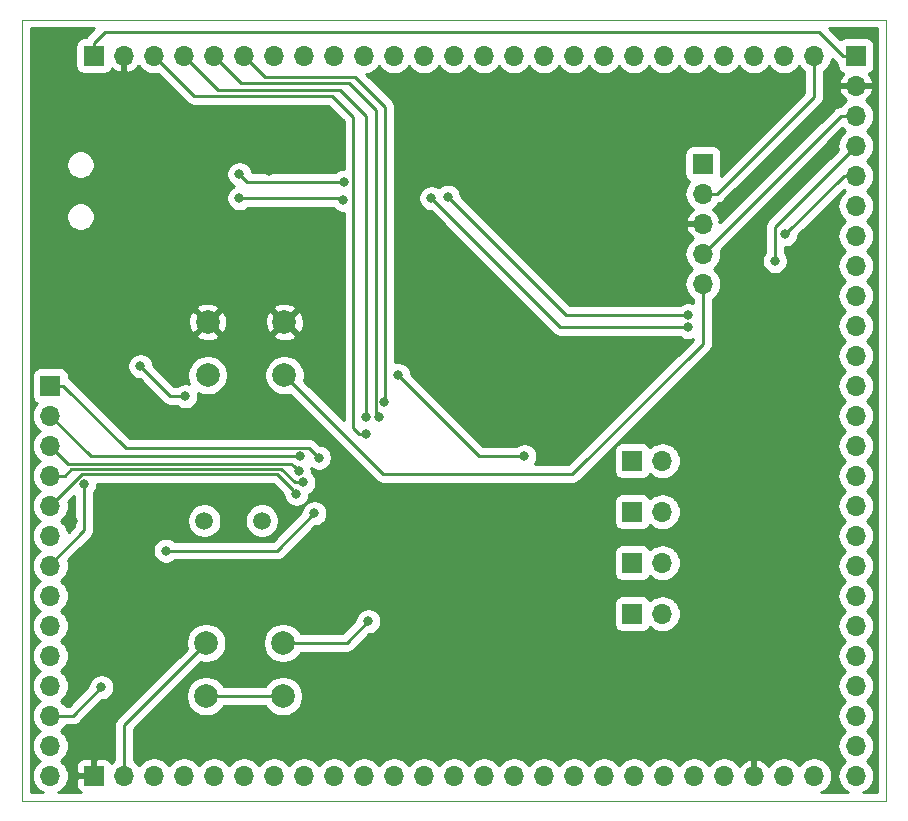
<source format=gbr>
%TF.GenerationSoftware,KiCad,Pcbnew,(5.1.4)-1*%
%TF.CreationDate,2020-02-09T20:37:11+05:30*%
%TF.ProjectId,stm32breakout,73746d33-3262-4726-9561-6b6f75742e6b,rev?*%
%TF.SameCoordinates,Original*%
%TF.FileFunction,Copper,L2,Bot*%
%TF.FilePolarity,Positive*%
%FSLAX46Y46*%
G04 Gerber Fmt 4.6, Leading zero omitted, Abs format (unit mm)*
G04 Created by KiCad (PCBNEW (5.1.4)-1) date 2020-02-09 20:37:11*
%MOMM*%
%LPD*%
G04 APERTURE LIST*
%ADD10C,0.050000*%
%ADD11R,1.700000X1.700000*%
%ADD12O,1.700000X1.700000*%
%ADD13C,2.000000*%
%ADD14C,1.500000*%
%ADD15C,0.800000*%
%ADD16C,0.250000*%
%ADD17C,0.254000*%
G04 APERTURE END LIST*
D10*
X113919000Y-49022000D02*
X114427000Y-49022000D01*
X113919000Y-115189000D02*
X113919000Y-49022000D01*
X187071000Y-115189000D02*
X113919000Y-115189000D01*
X187071000Y-49022000D02*
X187071000Y-115189000D01*
X114427000Y-49022000D02*
X187071000Y-49022000D01*
D11*
X116332000Y-80010000D03*
D12*
X116332000Y-82550000D03*
X116332000Y-85090000D03*
X116332000Y-87630000D03*
X116332000Y-90170000D03*
X116332000Y-92710000D03*
X116332000Y-95250000D03*
X116332000Y-97790000D03*
X116332000Y-100330000D03*
X116332000Y-102870000D03*
X116332000Y-105410000D03*
X116332000Y-107950000D03*
X116332000Y-110490000D03*
X116332000Y-113030000D03*
D11*
X120015000Y-113030000D03*
D12*
X122555000Y-113030000D03*
X125095000Y-113030000D03*
X127635000Y-113030000D03*
X130175000Y-113030000D03*
X132715000Y-113030000D03*
X135255000Y-113030000D03*
X137795000Y-113030000D03*
X140335000Y-113030000D03*
X142875000Y-113030000D03*
X145415000Y-113030000D03*
X147955000Y-113030000D03*
X150495000Y-113030000D03*
X153035000Y-113030000D03*
X155575000Y-113030000D03*
X158115000Y-113030000D03*
X160655000Y-113030000D03*
X163195000Y-113030000D03*
X165735000Y-113030000D03*
X168275000Y-113030000D03*
X170815000Y-113030000D03*
X173355000Y-113030000D03*
X175895000Y-113030000D03*
X178435000Y-113030000D03*
X180975000Y-113030000D03*
D11*
X184531000Y-52070000D03*
D12*
X184531000Y-54610000D03*
X184531000Y-57150000D03*
X184531000Y-59690000D03*
X184531000Y-62230000D03*
X184531000Y-64770000D03*
X184531000Y-67310000D03*
X184531000Y-69850000D03*
X184531000Y-72390000D03*
X184531000Y-74930000D03*
X184531000Y-77470000D03*
X184531000Y-80010000D03*
X184531000Y-82550000D03*
X184531000Y-85090000D03*
X184531000Y-87630000D03*
X184531000Y-90170000D03*
X184531000Y-92710000D03*
X184531000Y-95250000D03*
X184531000Y-97790000D03*
X184531000Y-100330000D03*
X184531000Y-102870000D03*
X184531000Y-105410000D03*
X184531000Y-107950000D03*
X184531000Y-110490000D03*
X184531000Y-113030000D03*
D11*
X171577000Y-61214000D03*
D12*
X171577000Y-63754000D03*
X171577000Y-66294000D03*
X171577000Y-68834000D03*
X171577000Y-71374000D03*
X180975000Y-52070000D03*
X178435000Y-52070000D03*
X175895000Y-52070000D03*
X173355000Y-52070000D03*
X170815000Y-52070000D03*
X168275000Y-52070000D03*
X165735000Y-52070000D03*
X163195000Y-52070000D03*
X160655000Y-52070000D03*
X158115000Y-52070000D03*
X155575000Y-52070000D03*
X153035000Y-52070000D03*
X150495000Y-52070000D03*
X147955000Y-52070000D03*
X145415000Y-52070000D03*
X142875000Y-52070000D03*
X140335000Y-52070000D03*
X137795000Y-52070000D03*
X135255000Y-52070000D03*
X132715000Y-52070000D03*
X130175000Y-52070000D03*
X127635000Y-52070000D03*
X125095000Y-52070000D03*
X122555000Y-52070000D03*
D11*
X120015000Y-52070000D03*
X165608000Y-99314000D03*
D12*
X168148000Y-99314000D03*
X168148000Y-94996000D03*
D11*
X165608000Y-94996000D03*
X165608000Y-90678000D03*
D12*
X168148000Y-90678000D03*
X168148000Y-86360000D03*
D11*
X165608000Y-86360000D03*
D13*
X129517000Y-106299000D03*
X129517000Y-101799000D03*
X136017000Y-106299000D03*
X136017000Y-101799000D03*
X129644000Y-79121000D03*
X129644000Y-74621000D03*
X136144000Y-79121000D03*
X136144000Y-74621000D03*
D14*
X134239000Y-91440000D03*
X129359000Y-91440000D03*
D15*
X139065000Y-97310000D03*
X157480000Y-107053920D03*
X158877000Y-105410000D03*
X118237000Y-91440000D03*
X134874000Y-61849000D03*
X139700000Y-56769000D03*
X140589000Y-57531000D03*
X119761000Y-98044000D03*
X124079000Y-104140000D03*
X124079000Y-105283000D03*
X133604000Y-97790000D03*
X149225000Y-91567000D03*
X150876000Y-91567000D03*
X175514000Y-74930000D03*
X181102000Y-86360000D03*
X180594000Y-89916000D03*
X175514000Y-100965000D03*
X141986000Y-107823000D03*
X124841000Y-82677000D03*
X140843000Y-74295000D03*
X143129000Y-91567000D03*
X152781000Y-100076000D03*
X170815000Y-93472000D03*
X149225000Y-93091000D03*
X150876000Y-93091000D03*
X149225000Y-94615000D03*
X150876000Y-94615000D03*
X147574000Y-91567000D03*
X147574000Y-93091000D03*
X147574000Y-94615000D03*
X143256000Y-99949000D03*
X156464000Y-85979000D03*
X145791340Y-79116340D03*
X123952000Y-78359000D03*
X127762000Y-80899000D03*
X119194160Y-88333160D03*
X139065000Y-86106000D03*
X137441748Y-86000111D03*
X137340653Y-87249000D03*
X137735835Y-88209419D03*
X137160000Y-89153998D03*
X138684000Y-90810000D03*
X126111000Y-93980000D03*
X120650000Y-105537000D03*
X132334000Y-64135000D03*
X141097000Y-64262000D03*
X148590000Y-64135000D03*
X170307000Y-75057000D03*
X177673000Y-69469000D03*
X132334000Y-62103000D03*
X141224000Y-62738000D03*
X149987000Y-64008000D03*
X170307000Y-74041000D03*
X178562000Y-67183000D03*
X144611000Y-81407000D03*
X144111000Y-82677000D03*
X143061000Y-82677000D03*
X143061000Y-84074000D03*
D16*
X136017000Y-101799000D02*
X141406000Y-101799000D01*
X141406000Y-101799000D02*
X143256000Y-99949000D01*
X156464000Y-85979000D02*
X152654000Y-85979000D01*
X152654000Y-85979000D02*
X146191339Y-79516339D01*
X146191339Y-79516339D02*
X145791340Y-79116340D01*
X122555000Y-108761000D02*
X129517000Y-101799000D01*
X122555000Y-113030000D02*
X122555000Y-108761000D01*
X183431000Y-52070000D02*
X184531000Y-52070000D01*
X181399000Y-50038000D02*
X183431000Y-52070000D01*
X120947000Y-50038000D02*
X181399000Y-50038000D01*
X120015000Y-52070000D02*
X120015000Y-50970000D01*
X120015000Y-50970000D02*
X120947000Y-50038000D01*
X123952000Y-78359000D02*
X126492000Y-80899000D01*
X126492000Y-80899000D02*
X127762000Y-80899000D01*
X180975000Y-53272081D02*
X180975000Y-52070000D01*
X180975000Y-55558081D02*
X180975000Y-53272081D01*
X172779081Y-63754000D02*
X180975000Y-55558081D01*
X171577000Y-63754000D02*
X172779081Y-63754000D01*
X183261000Y-57150000D02*
X184531000Y-57150000D01*
X171577000Y-68834000D02*
X183261000Y-57150000D01*
X116205000Y-95250000D02*
X119194160Y-92260840D01*
X119194160Y-88898845D02*
X119194160Y-88333160D01*
X119194160Y-92260840D02*
X119194160Y-88898845D01*
X136144000Y-79121000D02*
X144526000Y-87503000D01*
X144526000Y-87503000D02*
X160528000Y-87503000D01*
X171577000Y-76454000D02*
X171577000Y-71374000D01*
X160528000Y-87503000D02*
X171577000Y-76454000D01*
X138665001Y-85706001D02*
X139065000Y-86106000D01*
X138234109Y-85275109D02*
X138665001Y-85706001D01*
X122697109Y-85275109D02*
X138234109Y-85275109D01*
X116332000Y-80010000D02*
X117432000Y-80010000D01*
X117432000Y-80010000D02*
X122697109Y-85275109D01*
X136876063Y-86000111D02*
X137441748Y-86000111D01*
X116332000Y-82550000D02*
X119782111Y-86000111D01*
X119782111Y-86000111D02*
X136876063Y-86000111D01*
X116332000Y-85090000D02*
X117856000Y-86614000D01*
X136705653Y-86614000D02*
X136940654Y-86849001D01*
X136940654Y-86849001D02*
X137340653Y-87249000D01*
X117856000Y-86614000D02*
X136705653Y-86614000D01*
X116332000Y-87630000D02*
X117534081Y-87630000D01*
X117534081Y-87630000D02*
X118100070Y-87064011D01*
X118100070Y-87064011D02*
X135876332Y-87064011D01*
X135876332Y-87064011D02*
X137021740Y-88209419D01*
X137170150Y-88209419D02*
X137735835Y-88209419D01*
X137021740Y-88209419D02*
X137170150Y-88209419D01*
X116332000Y-90170000D02*
X118987978Y-87514022D01*
X136760001Y-88753999D02*
X137160000Y-89153998D01*
X118987978Y-87514022D02*
X135520024Y-87514022D01*
X135520024Y-87514022D02*
X136760001Y-88753999D01*
X135514000Y-93980000D02*
X126676685Y-93980000D01*
X138684000Y-90810000D02*
X135514000Y-93980000D01*
X126676685Y-93980000D02*
X126111000Y-93980000D01*
X118237000Y-107950000D02*
X116205000Y-107950000D01*
X120650000Y-105537000D02*
X118237000Y-107950000D01*
X132334000Y-64135000D02*
X140970000Y-64135000D01*
X140970000Y-64135000D02*
X141097000Y-64262000D01*
X148590000Y-64135000D02*
X159512000Y-75057000D01*
X159512000Y-75057000D02*
X170307000Y-75057000D01*
X177673000Y-66548000D02*
X184531000Y-59690000D01*
X177673000Y-69469000D02*
X177673000Y-66548000D01*
X134689998Y-62738000D02*
X141224000Y-62738000D01*
X132334000Y-62103000D02*
X132969000Y-62738000D01*
X132969000Y-62738000D02*
X134689998Y-62738000D01*
X149987000Y-64008000D02*
X160020000Y-74041000D01*
X160020000Y-74041000D02*
X170307000Y-74041000D01*
X183515000Y-62230000D02*
X184531000Y-62230000D01*
X178562000Y-67183000D02*
X183515000Y-62230000D01*
X134493000Y-53848000D02*
X132715000Y-52070000D01*
X142113000Y-53848000D02*
X134493000Y-53848000D01*
X144653000Y-56388000D02*
X142113000Y-53848000D01*
X144611000Y-81407000D02*
X144653000Y-81365000D01*
X144653000Y-81365000D02*
X144653000Y-56388000D01*
X132461000Y-54356000D02*
X130175000Y-52070000D01*
X141594998Y-54356000D02*
X132461000Y-54356000D01*
X143885999Y-56647001D02*
X141594998Y-54356000D01*
X144111000Y-82677000D02*
X143885999Y-82451999D01*
X143885999Y-82451999D02*
X143885999Y-56647001D01*
X130556000Y-54991000D02*
X127635000Y-52070000D01*
X140834000Y-54991000D02*
X130556000Y-54991000D01*
X143061000Y-82677000D02*
X143061000Y-57218000D01*
X143061000Y-57218000D02*
X140834000Y-54991000D01*
X128524000Y-55499000D02*
X125095000Y-52070000D01*
X140208000Y-55499000D02*
X128524000Y-55499000D01*
X141986000Y-57277000D02*
X140208000Y-55499000D01*
X141986000Y-83564685D02*
X141986000Y-57277000D01*
X143061000Y-84074000D02*
X142495315Y-84074000D01*
X142495315Y-84074000D02*
X141986000Y-83564685D01*
X136017000Y-106299000D02*
X129517000Y-106299000D01*
D17*
G36*
X119455583Y-50352792D02*
G01*
X119423842Y-50378841D01*
X119397792Y-50410583D01*
X119397791Y-50410584D01*
X119319871Y-50505530D01*
X119317706Y-50509580D01*
X119165000Y-50509580D01*
X119026404Y-50523231D01*
X118893134Y-50563658D01*
X118770312Y-50629307D01*
X118662657Y-50717657D01*
X118574307Y-50825312D01*
X118508658Y-50948134D01*
X118468231Y-51081404D01*
X118454580Y-51220000D01*
X118454580Y-52920000D01*
X118468231Y-53058596D01*
X118508658Y-53191866D01*
X118574307Y-53314688D01*
X118662657Y-53422343D01*
X118770312Y-53510693D01*
X118893134Y-53576342D01*
X119026404Y-53616769D01*
X119165000Y-53630420D01*
X120865000Y-53630420D01*
X121003596Y-53616769D01*
X121136866Y-53576342D01*
X121259688Y-53510693D01*
X121367343Y-53422343D01*
X121455693Y-53314688D01*
X121521342Y-53191866D01*
X121535259Y-53145986D01*
X121554731Y-53167588D01*
X121788080Y-53341641D01*
X122050901Y-53466825D01*
X122198110Y-53511476D01*
X122428000Y-53390155D01*
X122428000Y-52197000D01*
X122408000Y-52197000D01*
X122408000Y-51943000D01*
X122428000Y-51943000D01*
X122428000Y-51923000D01*
X122682000Y-51923000D01*
X122682000Y-51943000D01*
X122702000Y-51943000D01*
X122702000Y-52197000D01*
X122682000Y-52197000D01*
X122682000Y-53390155D01*
X122911890Y-53511476D01*
X123059099Y-53466825D01*
X123321920Y-53341641D01*
X123555269Y-53167588D01*
X123750178Y-52951355D01*
X123776769Y-52906714D01*
X123794138Y-52939208D01*
X123988708Y-53176292D01*
X124225792Y-53370862D01*
X124496279Y-53515440D01*
X124789775Y-53604471D01*
X125018516Y-53627000D01*
X125171484Y-53627000D01*
X125400225Y-53604471D01*
X125440599Y-53592224D01*
X127906790Y-56058416D01*
X127932841Y-56090159D01*
X128059529Y-56194129D01*
X128204067Y-56271386D01*
X128360900Y-56318961D01*
X128483134Y-56331000D01*
X128483143Y-56331000D01*
X128523999Y-56335024D01*
X128564855Y-56331000D01*
X139863375Y-56331000D01*
X141154001Y-57621627D01*
X141154001Y-61631000D01*
X141114970Y-61631000D01*
X140901100Y-61673542D01*
X140699639Y-61756990D01*
X140518329Y-61878137D01*
X140490466Y-61906000D01*
X133423501Y-61906000D01*
X133398458Y-61780100D01*
X133315010Y-61578639D01*
X133193863Y-61397329D01*
X133039671Y-61243137D01*
X132858361Y-61121990D01*
X132656900Y-61038542D01*
X132443030Y-60996000D01*
X132224970Y-60996000D01*
X132011100Y-61038542D01*
X131809639Y-61121990D01*
X131628329Y-61243137D01*
X131474137Y-61397329D01*
X131352990Y-61578639D01*
X131269542Y-61780100D01*
X131227000Y-61993970D01*
X131227000Y-62212030D01*
X131269542Y-62425900D01*
X131352990Y-62627361D01*
X131474137Y-62808671D01*
X131628329Y-62962863D01*
X131809639Y-63084010D01*
X131894112Y-63119000D01*
X131809639Y-63153990D01*
X131628329Y-63275137D01*
X131474137Y-63429329D01*
X131352990Y-63610639D01*
X131269542Y-63812100D01*
X131227000Y-64025970D01*
X131227000Y-64244030D01*
X131269542Y-64457900D01*
X131352990Y-64659361D01*
X131474137Y-64840671D01*
X131628329Y-64994863D01*
X131809639Y-65116010D01*
X132011100Y-65199458D01*
X132224970Y-65242000D01*
X132443030Y-65242000D01*
X132656900Y-65199458D01*
X132858361Y-65116010D01*
X133039671Y-64994863D01*
X133067534Y-64967000D01*
X140236689Y-64967000D01*
X140237137Y-64967671D01*
X140391329Y-65121863D01*
X140572639Y-65243010D01*
X140774100Y-65326458D01*
X140987970Y-65369000D01*
X141154001Y-65369000D01*
X141154000Y-82954374D01*
X137790899Y-79591274D01*
X137851000Y-79289125D01*
X137851000Y-78952875D01*
X137785401Y-78623087D01*
X137656723Y-78312433D01*
X137469913Y-78032851D01*
X137232149Y-77795087D01*
X136952567Y-77608277D01*
X136641913Y-77479599D01*
X136312125Y-77414000D01*
X135975875Y-77414000D01*
X135646087Y-77479599D01*
X135335433Y-77608277D01*
X135055851Y-77795087D01*
X134818087Y-78032851D01*
X134631277Y-78312433D01*
X134502599Y-78623087D01*
X134437000Y-78952875D01*
X134437000Y-79289125D01*
X134502599Y-79618913D01*
X134631277Y-79929567D01*
X134818087Y-80209149D01*
X135055851Y-80446913D01*
X135335433Y-80633723D01*
X135646087Y-80762401D01*
X135975875Y-80828000D01*
X136312125Y-80828000D01*
X136614274Y-80767899D01*
X143908791Y-88062417D01*
X143934841Y-88094159D01*
X144061529Y-88198129D01*
X144206067Y-88275386D01*
X144362900Y-88322961D01*
X144485134Y-88335000D01*
X144485135Y-88335000D01*
X144525999Y-88339025D01*
X144566863Y-88335000D01*
X160487134Y-88335000D01*
X160528000Y-88339025D01*
X160568866Y-88335000D01*
X160691100Y-88322961D01*
X160847933Y-88275386D01*
X160992471Y-88198129D01*
X161119159Y-88094159D01*
X161145213Y-88062412D01*
X163697625Y-85510000D01*
X164047580Y-85510000D01*
X164047580Y-87210000D01*
X164061231Y-87348596D01*
X164101658Y-87481866D01*
X164167307Y-87604688D01*
X164255657Y-87712343D01*
X164363312Y-87800693D01*
X164486134Y-87866342D01*
X164619404Y-87906769D01*
X164758000Y-87920420D01*
X166458000Y-87920420D01*
X166596596Y-87906769D01*
X166729866Y-87866342D01*
X166852688Y-87800693D01*
X166960343Y-87712343D01*
X167048693Y-87604688D01*
X167097982Y-87512475D01*
X167278792Y-87660862D01*
X167549279Y-87805440D01*
X167842775Y-87894471D01*
X168071516Y-87917000D01*
X168224484Y-87917000D01*
X168453225Y-87894471D01*
X168746721Y-87805440D01*
X169017208Y-87660862D01*
X169254292Y-87466292D01*
X169448862Y-87229208D01*
X169593440Y-86958721D01*
X169682471Y-86665225D01*
X169712533Y-86360000D01*
X169682471Y-86054775D01*
X169593440Y-85761279D01*
X169448862Y-85490792D01*
X169254292Y-85253708D01*
X169017208Y-85059138D01*
X168746721Y-84914560D01*
X168453225Y-84825529D01*
X168224484Y-84803000D01*
X168071516Y-84803000D01*
X167842775Y-84825529D01*
X167549279Y-84914560D01*
X167278792Y-85059138D01*
X167097982Y-85207525D01*
X167048693Y-85115312D01*
X166960343Y-85007657D01*
X166852688Y-84919307D01*
X166729866Y-84853658D01*
X166596596Y-84813231D01*
X166458000Y-84799580D01*
X164758000Y-84799580D01*
X164619404Y-84813231D01*
X164486134Y-84853658D01*
X164363312Y-84919307D01*
X164255657Y-85007657D01*
X164167307Y-85115312D01*
X164101658Y-85238134D01*
X164061231Y-85371404D01*
X164047580Y-85510000D01*
X163697625Y-85510000D01*
X172136413Y-77071212D01*
X172168159Y-77045159D01*
X172272129Y-76918471D01*
X172349386Y-76773933D01*
X172396961Y-76617100D01*
X172409000Y-76494866D01*
X172409000Y-76494865D01*
X172413025Y-76454000D01*
X172409000Y-76413134D01*
X172409000Y-72694750D01*
X172446208Y-72674862D01*
X172683292Y-72480292D01*
X172877862Y-72243208D01*
X173022440Y-71972721D01*
X173111471Y-71679225D01*
X173141533Y-71374000D01*
X173111471Y-71068775D01*
X173022440Y-70775279D01*
X172877862Y-70504792D01*
X172683292Y-70267708D01*
X172483813Y-70104000D01*
X172683292Y-69940292D01*
X172877862Y-69703208D01*
X173022440Y-69432721D01*
X173111471Y-69139225D01*
X173141533Y-68834000D01*
X173111471Y-68528775D01*
X173099224Y-68488401D01*
X183382619Y-58205007D01*
X183424708Y-58256292D01*
X183624187Y-58420000D01*
X183424708Y-58583708D01*
X183230138Y-58820792D01*
X183085560Y-59091279D01*
X182996529Y-59384775D01*
X182966467Y-59690000D01*
X182996529Y-59995225D01*
X183008776Y-60035599D01*
X177113584Y-65930791D01*
X177081842Y-65956841D01*
X177055792Y-65988583D01*
X177055791Y-65988584D01*
X176977871Y-66083530D01*
X176900614Y-66228068D01*
X176853039Y-66384901D01*
X176836975Y-66548000D01*
X176841001Y-66588876D01*
X176841000Y-68735466D01*
X176813137Y-68763329D01*
X176691990Y-68944639D01*
X176608542Y-69146100D01*
X176566000Y-69359970D01*
X176566000Y-69578030D01*
X176608542Y-69791900D01*
X176691990Y-69993361D01*
X176813137Y-70174671D01*
X176967329Y-70328863D01*
X177148639Y-70450010D01*
X177350100Y-70533458D01*
X177563970Y-70576000D01*
X177782030Y-70576000D01*
X177995900Y-70533458D01*
X178197361Y-70450010D01*
X178378671Y-70328863D01*
X178532863Y-70174671D01*
X178654010Y-69993361D01*
X178737458Y-69791900D01*
X178780000Y-69578030D01*
X178780000Y-69359970D01*
X178737458Y-69146100D01*
X178654010Y-68944639D01*
X178532863Y-68763329D01*
X178505000Y-68735466D01*
X178505000Y-68290000D01*
X178671030Y-68290000D01*
X178884900Y-68247458D01*
X179086361Y-68164010D01*
X179267671Y-68042863D01*
X179421863Y-67888671D01*
X179543010Y-67707361D01*
X179626458Y-67505900D01*
X179669000Y-67292030D01*
X179669000Y-67252625D01*
X183512931Y-63408695D01*
X183624187Y-63500000D01*
X183424708Y-63663708D01*
X183230138Y-63900792D01*
X183085560Y-64171279D01*
X182996529Y-64464775D01*
X182966467Y-64770000D01*
X182996529Y-65075225D01*
X183085560Y-65368721D01*
X183230138Y-65639208D01*
X183424708Y-65876292D01*
X183624187Y-66040000D01*
X183424708Y-66203708D01*
X183230138Y-66440792D01*
X183085560Y-66711279D01*
X182996529Y-67004775D01*
X182966467Y-67310000D01*
X182996529Y-67615225D01*
X183085560Y-67908721D01*
X183230138Y-68179208D01*
X183424708Y-68416292D01*
X183624187Y-68580000D01*
X183424708Y-68743708D01*
X183230138Y-68980792D01*
X183085560Y-69251279D01*
X182996529Y-69544775D01*
X182966467Y-69850000D01*
X182996529Y-70155225D01*
X183085560Y-70448721D01*
X183230138Y-70719208D01*
X183424708Y-70956292D01*
X183624187Y-71120000D01*
X183424708Y-71283708D01*
X183230138Y-71520792D01*
X183085560Y-71791279D01*
X182996529Y-72084775D01*
X182966467Y-72390000D01*
X182996529Y-72695225D01*
X183085560Y-72988721D01*
X183230138Y-73259208D01*
X183424708Y-73496292D01*
X183624187Y-73660000D01*
X183424708Y-73823708D01*
X183230138Y-74060792D01*
X183085560Y-74331279D01*
X182996529Y-74624775D01*
X182966467Y-74930000D01*
X182996529Y-75235225D01*
X183085560Y-75528721D01*
X183230138Y-75799208D01*
X183424708Y-76036292D01*
X183624187Y-76200000D01*
X183424708Y-76363708D01*
X183230138Y-76600792D01*
X183085560Y-76871279D01*
X182996529Y-77164775D01*
X182966467Y-77470000D01*
X182996529Y-77775225D01*
X183085560Y-78068721D01*
X183230138Y-78339208D01*
X183424708Y-78576292D01*
X183624187Y-78740000D01*
X183424708Y-78903708D01*
X183230138Y-79140792D01*
X183085560Y-79411279D01*
X182996529Y-79704775D01*
X182966467Y-80010000D01*
X182996529Y-80315225D01*
X183085560Y-80608721D01*
X183230138Y-80879208D01*
X183424708Y-81116292D01*
X183624187Y-81280000D01*
X183424708Y-81443708D01*
X183230138Y-81680792D01*
X183085560Y-81951279D01*
X182996529Y-82244775D01*
X182966467Y-82550000D01*
X182996529Y-82855225D01*
X183085560Y-83148721D01*
X183230138Y-83419208D01*
X183424708Y-83656292D01*
X183624187Y-83820000D01*
X183424708Y-83983708D01*
X183230138Y-84220792D01*
X183085560Y-84491279D01*
X182996529Y-84784775D01*
X182966467Y-85090000D01*
X182996529Y-85395225D01*
X183085560Y-85688721D01*
X183230138Y-85959208D01*
X183424708Y-86196292D01*
X183624187Y-86360000D01*
X183424708Y-86523708D01*
X183230138Y-86760792D01*
X183085560Y-87031279D01*
X182996529Y-87324775D01*
X182966467Y-87630000D01*
X182996529Y-87935225D01*
X183085560Y-88228721D01*
X183230138Y-88499208D01*
X183424708Y-88736292D01*
X183624187Y-88900000D01*
X183424708Y-89063708D01*
X183230138Y-89300792D01*
X183085560Y-89571279D01*
X182996529Y-89864775D01*
X182966467Y-90170000D01*
X182996529Y-90475225D01*
X183085560Y-90768721D01*
X183230138Y-91039208D01*
X183424708Y-91276292D01*
X183624187Y-91440000D01*
X183424708Y-91603708D01*
X183230138Y-91840792D01*
X183085560Y-92111279D01*
X182996529Y-92404775D01*
X182966467Y-92710000D01*
X182996529Y-93015225D01*
X183085560Y-93308721D01*
X183230138Y-93579208D01*
X183424708Y-93816292D01*
X183624187Y-93980000D01*
X183424708Y-94143708D01*
X183230138Y-94380792D01*
X183085560Y-94651279D01*
X182996529Y-94944775D01*
X182966467Y-95250000D01*
X182996529Y-95555225D01*
X183085560Y-95848721D01*
X183230138Y-96119208D01*
X183424708Y-96356292D01*
X183624187Y-96520000D01*
X183424708Y-96683708D01*
X183230138Y-96920792D01*
X183085560Y-97191279D01*
X182996529Y-97484775D01*
X182966467Y-97790000D01*
X182996529Y-98095225D01*
X183085560Y-98388721D01*
X183230138Y-98659208D01*
X183424708Y-98896292D01*
X183624187Y-99060000D01*
X183424708Y-99223708D01*
X183230138Y-99460792D01*
X183085560Y-99731279D01*
X182996529Y-100024775D01*
X182966467Y-100330000D01*
X182996529Y-100635225D01*
X183085560Y-100928721D01*
X183230138Y-101199208D01*
X183424708Y-101436292D01*
X183624187Y-101600000D01*
X183424708Y-101763708D01*
X183230138Y-102000792D01*
X183085560Y-102271279D01*
X182996529Y-102564775D01*
X182966467Y-102870000D01*
X182996529Y-103175225D01*
X183085560Y-103468721D01*
X183230138Y-103739208D01*
X183424708Y-103976292D01*
X183624187Y-104140000D01*
X183424708Y-104303708D01*
X183230138Y-104540792D01*
X183085560Y-104811279D01*
X182996529Y-105104775D01*
X182966467Y-105410000D01*
X182996529Y-105715225D01*
X183085560Y-106008721D01*
X183230138Y-106279208D01*
X183424708Y-106516292D01*
X183624187Y-106680000D01*
X183424708Y-106843708D01*
X183230138Y-107080792D01*
X183085560Y-107351279D01*
X182996529Y-107644775D01*
X182966467Y-107950000D01*
X182996529Y-108255225D01*
X183085560Y-108548721D01*
X183230138Y-108819208D01*
X183424708Y-109056292D01*
X183624187Y-109220000D01*
X183424708Y-109383708D01*
X183230138Y-109620792D01*
X183085560Y-109891279D01*
X182996529Y-110184775D01*
X182966467Y-110490000D01*
X182996529Y-110795225D01*
X183085560Y-111088721D01*
X183230138Y-111359208D01*
X183424708Y-111596292D01*
X183624187Y-111760000D01*
X183424708Y-111923708D01*
X183230138Y-112160792D01*
X183085560Y-112431279D01*
X182996529Y-112724775D01*
X182966467Y-113030000D01*
X182996529Y-113335225D01*
X183085560Y-113628721D01*
X183230138Y-113899208D01*
X183424708Y-114136292D01*
X183661792Y-114330862D01*
X183897780Y-114457000D01*
X181608220Y-114457000D01*
X181844208Y-114330862D01*
X182081292Y-114136292D01*
X182275862Y-113899208D01*
X182420440Y-113628721D01*
X182509471Y-113335225D01*
X182539533Y-113030000D01*
X182509471Y-112724775D01*
X182420440Y-112431279D01*
X182275862Y-112160792D01*
X182081292Y-111923708D01*
X181844208Y-111729138D01*
X181573721Y-111584560D01*
X181280225Y-111495529D01*
X181051484Y-111473000D01*
X180898516Y-111473000D01*
X180669775Y-111495529D01*
X180376279Y-111584560D01*
X180105792Y-111729138D01*
X179868708Y-111923708D01*
X179705000Y-112123187D01*
X179541292Y-111923708D01*
X179304208Y-111729138D01*
X179033721Y-111584560D01*
X178740225Y-111495529D01*
X178511484Y-111473000D01*
X178358516Y-111473000D01*
X178129775Y-111495529D01*
X177836279Y-111584560D01*
X177565792Y-111729138D01*
X177328708Y-111923708D01*
X177134138Y-112160792D01*
X177116769Y-112193286D01*
X177090178Y-112148645D01*
X176895269Y-111932412D01*
X176661920Y-111758359D01*
X176399099Y-111633175D01*
X176251890Y-111588524D01*
X176022000Y-111709845D01*
X176022000Y-112903000D01*
X176042000Y-112903000D01*
X176042000Y-113157000D01*
X176022000Y-113157000D01*
X176022000Y-113177000D01*
X175768000Y-113177000D01*
X175768000Y-113157000D01*
X175748000Y-113157000D01*
X175748000Y-112903000D01*
X175768000Y-112903000D01*
X175768000Y-111709845D01*
X175538110Y-111588524D01*
X175390901Y-111633175D01*
X175128080Y-111758359D01*
X174894731Y-111932412D01*
X174699822Y-112148645D01*
X174673231Y-112193286D01*
X174655862Y-112160792D01*
X174461292Y-111923708D01*
X174224208Y-111729138D01*
X173953721Y-111584560D01*
X173660225Y-111495529D01*
X173431484Y-111473000D01*
X173278516Y-111473000D01*
X173049775Y-111495529D01*
X172756279Y-111584560D01*
X172485792Y-111729138D01*
X172248708Y-111923708D01*
X172085000Y-112123187D01*
X171921292Y-111923708D01*
X171684208Y-111729138D01*
X171413721Y-111584560D01*
X171120225Y-111495529D01*
X170891484Y-111473000D01*
X170738516Y-111473000D01*
X170509775Y-111495529D01*
X170216279Y-111584560D01*
X169945792Y-111729138D01*
X169708708Y-111923708D01*
X169545000Y-112123187D01*
X169381292Y-111923708D01*
X169144208Y-111729138D01*
X168873721Y-111584560D01*
X168580225Y-111495529D01*
X168351484Y-111473000D01*
X168198516Y-111473000D01*
X167969775Y-111495529D01*
X167676279Y-111584560D01*
X167405792Y-111729138D01*
X167168708Y-111923708D01*
X167005000Y-112123187D01*
X166841292Y-111923708D01*
X166604208Y-111729138D01*
X166333721Y-111584560D01*
X166040225Y-111495529D01*
X165811484Y-111473000D01*
X165658516Y-111473000D01*
X165429775Y-111495529D01*
X165136279Y-111584560D01*
X164865792Y-111729138D01*
X164628708Y-111923708D01*
X164465000Y-112123187D01*
X164301292Y-111923708D01*
X164064208Y-111729138D01*
X163793721Y-111584560D01*
X163500225Y-111495529D01*
X163271484Y-111473000D01*
X163118516Y-111473000D01*
X162889775Y-111495529D01*
X162596279Y-111584560D01*
X162325792Y-111729138D01*
X162088708Y-111923708D01*
X161925000Y-112123187D01*
X161761292Y-111923708D01*
X161524208Y-111729138D01*
X161253721Y-111584560D01*
X160960225Y-111495529D01*
X160731484Y-111473000D01*
X160578516Y-111473000D01*
X160349775Y-111495529D01*
X160056279Y-111584560D01*
X159785792Y-111729138D01*
X159548708Y-111923708D01*
X159385000Y-112123187D01*
X159221292Y-111923708D01*
X158984208Y-111729138D01*
X158713721Y-111584560D01*
X158420225Y-111495529D01*
X158191484Y-111473000D01*
X158038516Y-111473000D01*
X157809775Y-111495529D01*
X157516279Y-111584560D01*
X157245792Y-111729138D01*
X157008708Y-111923708D01*
X156845000Y-112123187D01*
X156681292Y-111923708D01*
X156444208Y-111729138D01*
X156173721Y-111584560D01*
X155880225Y-111495529D01*
X155651484Y-111473000D01*
X155498516Y-111473000D01*
X155269775Y-111495529D01*
X154976279Y-111584560D01*
X154705792Y-111729138D01*
X154468708Y-111923708D01*
X154305000Y-112123187D01*
X154141292Y-111923708D01*
X153904208Y-111729138D01*
X153633721Y-111584560D01*
X153340225Y-111495529D01*
X153111484Y-111473000D01*
X152958516Y-111473000D01*
X152729775Y-111495529D01*
X152436279Y-111584560D01*
X152165792Y-111729138D01*
X151928708Y-111923708D01*
X151765000Y-112123187D01*
X151601292Y-111923708D01*
X151364208Y-111729138D01*
X151093721Y-111584560D01*
X150800225Y-111495529D01*
X150571484Y-111473000D01*
X150418516Y-111473000D01*
X150189775Y-111495529D01*
X149896279Y-111584560D01*
X149625792Y-111729138D01*
X149388708Y-111923708D01*
X149225000Y-112123187D01*
X149061292Y-111923708D01*
X148824208Y-111729138D01*
X148553721Y-111584560D01*
X148260225Y-111495529D01*
X148031484Y-111473000D01*
X147878516Y-111473000D01*
X147649775Y-111495529D01*
X147356279Y-111584560D01*
X147085792Y-111729138D01*
X146848708Y-111923708D01*
X146685000Y-112123187D01*
X146521292Y-111923708D01*
X146284208Y-111729138D01*
X146013721Y-111584560D01*
X145720225Y-111495529D01*
X145491484Y-111473000D01*
X145338516Y-111473000D01*
X145109775Y-111495529D01*
X144816279Y-111584560D01*
X144545792Y-111729138D01*
X144308708Y-111923708D01*
X144145000Y-112123187D01*
X143981292Y-111923708D01*
X143744208Y-111729138D01*
X143473721Y-111584560D01*
X143180225Y-111495529D01*
X142951484Y-111473000D01*
X142798516Y-111473000D01*
X142569775Y-111495529D01*
X142276279Y-111584560D01*
X142005792Y-111729138D01*
X141768708Y-111923708D01*
X141605000Y-112123187D01*
X141441292Y-111923708D01*
X141204208Y-111729138D01*
X140933721Y-111584560D01*
X140640225Y-111495529D01*
X140411484Y-111473000D01*
X140258516Y-111473000D01*
X140029775Y-111495529D01*
X139736279Y-111584560D01*
X139465792Y-111729138D01*
X139228708Y-111923708D01*
X139065000Y-112123187D01*
X138901292Y-111923708D01*
X138664208Y-111729138D01*
X138393721Y-111584560D01*
X138100225Y-111495529D01*
X137871484Y-111473000D01*
X137718516Y-111473000D01*
X137489775Y-111495529D01*
X137196279Y-111584560D01*
X136925792Y-111729138D01*
X136688708Y-111923708D01*
X136525000Y-112123187D01*
X136361292Y-111923708D01*
X136124208Y-111729138D01*
X135853721Y-111584560D01*
X135560225Y-111495529D01*
X135331484Y-111473000D01*
X135178516Y-111473000D01*
X134949775Y-111495529D01*
X134656279Y-111584560D01*
X134385792Y-111729138D01*
X134148708Y-111923708D01*
X133985000Y-112123187D01*
X133821292Y-111923708D01*
X133584208Y-111729138D01*
X133313721Y-111584560D01*
X133020225Y-111495529D01*
X132791484Y-111473000D01*
X132638516Y-111473000D01*
X132409775Y-111495529D01*
X132116279Y-111584560D01*
X131845792Y-111729138D01*
X131608708Y-111923708D01*
X131445000Y-112123187D01*
X131281292Y-111923708D01*
X131044208Y-111729138D01*
X130773721Y-111584560D01*
X130480225Y-111495529D01*
X130251484Y-111473000D01*
X130098516Y-111473000D01*
X129869775Y-111495529D01*
X129576279Y-111584560D01*
X129305792Y-111729138D01*
X129068708Y-111923708D01*
X128905000Y-112123187D01*
X128741292Y-111923708D01*
X128504208Y-111729138D01*
X128233721Y-111584560D01*
X127940225Y-111495529D01*
X127711484Y-111473000D01*
X127558516Y-111473000D01*
X127329775Y-111495529D01*
X127036279Y-111584560D01*
X126765792Y-111729138D01*
X126528708Y-111923708D01*
X126365000Y-112123187D01*
X126201292Y-111923708D01*
X125964208Y-111729138D01*
X125693721Y-111584560D01*
X125400225Y-111495529D01*
X125171484Y-111473000D01*
X125018516Y-111473000D01*
X124789775Y-111495529D01*
X124496279Y-111584560D01*
X124225792Y-111729138D01*
X123988708Y-111923708D01*
X123825000Y-112123187D01*
X123661292Y-111923708D01*
X123424208Y-111729138D01*
X123387000Y-111709250D01*
X123387000Y-109105625D01*
X126361750Y-106130875D01*
X127810000Y-106130875D01*
X127810000Y-106467125D01*
X127875599Y-106796913D01*
X128004277Y-107107567D01*
X128191087Y-107387149D01*
X128428851Y-107624913D01*
X128708433Y-107811723D01*
X129019087Y-107940401D01*
X129348875Y-108006000D01*
X129685125Y-108006000D01*
X130014913Y-107940401D01*
X130325567Y-107811723D01*
X130605149Y-107624913D01*
X130842913Y-107387149D01*
X131014066Y-107131000D01*
X134519934Y-107131000D01*
X134691087Y-107387149D01*
X134928851Y-107624913D01*
X135208433Y-107811723D01*
X135519087Y-107940401D01*
X135848875Y-108006000D01*
X136185125Y-108006000D01*
X136514913Y-107940401D01*
X136825567Y-107811723D01*
X137105149Y-107624913D01*
X137342913Y-107387149D01*
X137529723Y-107107567D01*
X137658401Y-106796913D01*
X137724000Y-106467125D01*
X137724000Y-106130875D01*
X137658401Y-105801087D01*
X137529723Y-105490433D01*
X137342913Y-105210851D01*
X137105149Y-104973087D01*
X136825567Y-104786277D01*
X136514913Y-104657599D01*
X136185125Y-104592000D01*
X135848875Y-104592000D01*
X135519087Y-104657599D01*
X135208433Y-104786277D01*
X134928851Y-104973087D01*
X134691087Y-105210851D01*
X134519934Y-105467000D01*
X131014066Y-105467000D01*
X130842913Y-105210851D01*
X130605149Y-104973087D01*
X130325567Y-104786277D01*
X130014913Y-104657599D01*
X129685125Y-104592000D01*
X129348875Y-104592000D01*
X129019087Y-104657599D01*
X128708433Y-104786277D01*
X128428851Y-104973087D01*
X128191087Y-105210851D01*
X128004277Y-105490433D01*
X127875599Y-105801087D01*
X127810000Y-106130875D01*
X126361750Y-106130875D01*
X129046727Y-103445899D01*
X129348875Y-103506000D01*
X129685125Y-103506000D01*
X130014913Y-103440401D01*
X130325567Y-103311723D01*
X130605149Y-103124913D01*
X130842913Y-102887149D01*
X131029723Y-102607567D01*
X131158401Y-102296913D01*
X131224000Y-101967125D01*
X131224000Y-101630875D01*
X134310000Y-101630875D01*
X134310000Y-101967125D01*
X134375599Y-102296913D01*
X134504277Y-102607567D01*
X134691087Y-102887149D01*
X134928851Y-103124913D01*
X135208433Y-103311723D01*
X135519087Y-103440401D01*
X135848875Y-103506000D01*
X136185125Y-103506000D01*
X136514913Y-103440401D01*
X136825567Y-103311723D01*
X137105149Y-103124913D01*
X137342913Y-102887149D01*
X137514066Y-102631000D01*
X141365134Y-102631000D01*
X141406000Y-102635025D01*
X141446866Y-102631000D01*
X141569100Y-102618961D01*
X141725933Y-102571386D01*
X141870471Y-102494129D01*
X141997159Y-102390159D01*
X142023213Y-102358412D01*
X143325626Y-101056000D01*
X143365030Y-101056000D01*
X143578900Y-101013458D01*
X143780361Y-100930010D01*
X143961671Y-100808863D01*
X144115863Y-100654671D01*
X144237010Y-100473361D01*
X144320458Y-100271900D01*
X144363000Y-100058030D01*
X144363000Y-99839970D01*
X144320458Y-99626100D01*
X144237010Y-99424639D01*
X144115863Y-99243329D01*
X143961671Y-99089137D01*
X143780361Y-98967990D01*
X143578900Y-98884542D01*
X143365030Y-98842000D01*
X143146970Y-98842000D01*
X142933100Y-98884542D01*
X142731639Y-98967990D01*
X142550329Y-99089137D01*
X142396137Y-99243329D01*
X142274990Y-99424639D01*
X142191542Y-99626100D01*
X142149000Y-99839970D01*
X142149000Y-99879374D01*
X141061375Y-100967000D01*
X137514066Y-100967000D01*
X137342913Y-100710851D01*
X137105149Y-100473087D01*
X136825567Y-100286277D01*
X136514913Y-100157599D01*
X136185125Y-100092000D01*
X135848875Y-100092000D01*
X135519087Y-100157599D01*
X135208433Y-100286277D01*
X134928851Y-100473087D01*
X134691087Y-100710851D01*
X134504277Y-100990433D01*
X134375599Y-101301087D01*
X134310000Y-101630875D01*
X131224000Y-101630875D01*
X131158401Y-101301087D01*
X131029723Y-100990433D01*
X130842913Y-100710851D01*
X130605149Y-100473087D01*
X130325567Y-100286277D01*
X130014913Y-100157599D01*
X129685125Y-100092000D01*
X129348875Y-100092000D01*
X129019087Y-100157599D01*
X128708433Y-100286277D01*
X128428851Y-100473087D01*
X128191087Y-100710851D01*
X128004277Y-100990433D01*
X127875599Y-101301087D01*
X127810000Y-101630875D01*
X127810000Y-101967125D01*
X127870101Y-102269273D01*
X121995584Y-108143791D01*
X121963842Y-108169841D01*
X121937792Y-108201583D01*
X121937791Y-108201584D01*
X121859871Y-108296530D01*
X121782614Y-108441068D01*
X121735039Y-108597901D01*
X121718975Y-108761000D01*
X121723001Y-108801876D01*
X121723000Y-111709250D01*
X121685792Y-111729138D01*
X121448708Y-111923708D01*
X121448296Y-111924210D01*
X121395537Y-111825506D01*
X121316185Y-111728815D01*
X121219494Y-111649463D01*
X121109180Y-111590498D01*
X120989482Y-111554188D01*
X120865000Y-111541928D01*
X120300750Y-111545000D01*
X120142000Y-111703750D01*
X120142000Y-112903000D01*
X120162000Y-112903000D01*
X120162000Y-113157000D01*
X120142000Y-113157000D01*
X120142000Y-113177000D01*
X119888000Y-113177000D01*
X119888000Y-113157000D01*
X118688750Y-113157000D01*
X118530000Y-113315750D01*
X118526928Y-113880000D01*
X118539188Y-114004482D01*
X118575498Y-114124180D01*
X118634463Y-114234494D01*
X118713815Y-114331185D01*
X118810506Y-114410537D01*
X118897431Y-114457000D01*
X116965220Y-114457000D01*
X117201208Y-114330862D01*
X117438292Y-114136292D01*
X117632862Y-113899208D01*
X117777440Y-113628721D01*
X117866471Y-113335225D01*
X117896533Y-113030000D01*
X117866471Y-112724775D01*
X117777440Y-112431279D01*
X117643129Y-112180000D01*
X118526928Y-112180000D01*
X118530000Y-112744250D01*
X118688750Y-112903000D01*
X119888000Y-112903000D01*
X119888000Y-111703750D01*
X119729250Y-111545000D01*
X119165000Y-111541928D01*
X119040518Y-111554188D01*
X118920820Y-111590498D01*
X118810506Y-111649463D01*
X118713815Y-111728815D01*
X118634463Y-111825506D01*
X118575498Y-111935820D01*
X118539188Y-112055518D01*
X118526928Y-112180000D01*
X117643129Y-112180000D01*
X117632862Y-112160792D01*
X117438292Y-111923708D01*
X117238813Y-111760000D01*
X117438292Y-111596292D01*
X117632862Y-111359208D01*
X117777440Y-111088721D01*
X117866471Y-110795225D01*
X117896533Y-110490000D01*
X117866471Y-110184775D01*
X117777440Y-109891279D01*
X117632862Y-109620792D01*
X117438292Y-109383708D01*
X117238813Y-109220000D01*
X117438292Y-109056292D01*
X117632862Y-108819208D01*
X117652750Y-108782000D01*
X118196134Y-108782000D01*
X118237000Y-108786025D01*
X118277866Y-108782000D01*
X118400100Y-108769961D01*
X118556933Y-108722386D01*
X118701471Y-108645129D01*
X118828159Y-108541159D01*
X118854213Y-108509412D01*
X120719626Y-106644000D01*
X120759030Y-106644000D01*
X120972900Y-106601458D01*
X121174361Y-106518010D01*
X121355671Y-106396863D01*
X121509863Y-106242671D01*
X121631010Y-106061361D01*
X121714458Y-105859900D01*
X121757000Y-105646030D01*
X121757000Y-105427970D01*
X121714458Y-105214100D01*
X121631010Y-105012639D01*
X121509863Y-104831329D01*
X121355671Y-104677137D01*
X121174361Y-104555990D01*
X120972900Y-104472542D01*
X120759030Y-104430000D01*
X120540970Y-104430000D01*
X120327100Y-104472542D01*
X120125639Y-104555990D01*
X119944329Y-104677137D01*
X119790137Y-104831329D01*
X119668990Y-105012639D01*
X119585542Y-105214100D01*
X119543000Y-105427970D01*
X119543000Y-105467374D01*
X117892375Y-107118000D01*
X117652750Y-107118000D01*
X117632862Y-107080792D01*
X117438292Y-106843708D01*
X117238813Y-106680000D01*
X117438292Y-106516292D01*
X117632862Y-106279208D01*
X117777440Y-106008721D01*
X117866471Y-105715225D01*
X117896533Y-105410000D01*
X117866471Y-105104775D01*
X117777440Y-104811279D01*
X117632862Y-104540792D01*
X117438292Y-104303708D01*
X117238813Y-104140000D01*
X117438292Y-103976292D01*
X117632862Y-103739208D01*
X117777440Y-103468721D01*
X117866471Y-103175225D01*
X117896533Y-102870000D01*
X117866471Y-102564775D01*
X117777440Y-102271279D01*
X117632862Y-102000792D01*
X117438292Y-101763708D01*
X117238813Y-101600000D01*
X117438292Y-101436292D01*
X117632862Y-101199208D01*
X117777440Y-100928721D01*
X117866471Y-100635225D01*
X117896533Y-100330000D01*
X117866471Y-100024775D01*
X117777440Y-99731279D01*
X117632862Y-99460792D01*
X117438292Y-99223708D01*
X117238813Y-99060000D01*
X117438292Y-98896292D01*
X117632862Y-98659208D01*
X117737202Y-98464000D01*
X164047580Y-98464000D01*
X164047580Y-100164000D01*
X164061231Y-100302596D01*
X164101658Y-100435866D01*
X164167307Y-100558688D01*
X164255657Y-100666343D01*
X164363312Y-100754693D01*
X164486134Y-100820342D01*
X164619404Y-100860769D01*
X164758000Y-100874420D01*
X166458000Y-100874420D01*
X166596596Y-100860769D01*
X166729866Y-100820342D01*
X166852688Y-100754693D01*
X166960343Y-100666343D01*
X167048693Y-100558688D01*
X167097982Y-100466475D01*
X167278792Y-100614862D01*
X167549279Y-100759440D01*
X167842775Y-100848471D01*
X168071516Y-100871000D01*
X168224484Y-100871000D01*
X168453225Y-100848471D01*
X168746721Y-100759440D01*
X169017208Y-100614862D01*
X169254292Y-100420292D01*
X169448862Y-100183208D01*
X169593440Y-99912721D01*
X169682471Y-99619225D01*
X169712533Y-99314000D01*
X169682471Y-99008775D01*
X169593440Y-98715279D01*
X169448862Y-98444792D01*
X169254292Y-98207708D01*
X169017208Y-98013138D01*
X168746721Y-97868560D01*
X168453225Y-97779529D01*
X168224484Y-97757000D01*
X168071516Y-97757000D01*
X167842775Y-97779529D01*
X167549279Y-97868560D01*
X167278792Y-98013138D01*
X167097982Y-98161525D01*
X167048693Y-98069312D01*
X166960343Y-97961657D01*
X166852688Y-97873307D01*
X166729866Y-97807658D01*
X166596596Y-97767231D01*
X166458000Y-97753580D01*
X164758000Y-97753580D01*
X164619404Y-97767231D01*
X164486134Y-97807658D01*
X164363312Y-97873307D01*
X164255657Y-97961657D01*
X164167307Y-98069312D01*
X164101658Y-98192134D01*
X164061231Y-98325404D01*
X164047580Y-98464000D01*
X117737202Y-98464000D01*
X117777440Y-98388721D01*
X117866471Y-98095225D01*
X117896533Y-97790000D01*
X117866471Y-97484775D01*
X117777440Y-97191279D01*
X117632862Y-96920792D01*
X117438292Y-96683708D01*
X117238813Y-96520000D01*
X117438292Y-96356292D01*
X117632862Y-96119208D01*
X117777440Y-95848721D01*
X117866471Y-95555225D01*
X117896533Y-95250000D01*
X117866471Y-94944775D01*
X117824665Y-94806960D01*
X118760655Y-93870970D01*
X125004000Y-93870970D01*
X125004000Y-94089030D01*
X125046542Y-94302900D01*
X125129990Y-94504361D01*
X125251137Y-94685671D01*
X125405329Y-94839863D01*
X125586639Y-94961010D01*
X125788100Y-95044458D01*
X126001970Y-95087000D01*
X126220030Y-95087000D01*
X126433900Y-95044458D01*
X126635361Y-94961010D01*
X126816671Y-94839863D01*
X126844534Y-94812000D01*
X135473134Y-94812000D01*
X135514000Y-94816025D01*
X135554866Y-94812000D01*
X135677100Y-94799961D01*
X135833933Y-94752386D01*
X135978471Y-94675129D01*
X136105159Y-94571159D01*
X136131213Y-94539412D01*
X136524625Y-94146000D01*
X164047580Y-94146000D01*
X164047580Y-95846000D01*
X164061231Y-95984596D01*
X164101658Y-96117866D01*
X164167307Y-96240688D01*
X164255657Y-96348343D01*
X164363312Y-96436693D01*
X164486134Y-96502342D01*
X164619404Y-96542769D01*
X164758000Y-96556420D01*
X166458000Y-96556420D01*
X166596596Y-96542769D01*
X166729866Y-96502342D01*
X166852688Y-96436693D01*
X166960343Y-96348343D01*
X167048693Y-96240688D01*
X167097982Y-96148475D01*
X167278792Y-96296862D01*
X167549279Y-96441440D01*
X167842775Y-96530471D01*
X168071516Y-96553000D01*
X168224484Y-96553000D01*
X168453225Y-96530471D01*
X168746721Y-96441440D01*
X169017208Y-96296862D01*
X169254292Y-96102292D01*
X169448862Y-95865208D01*
X169593440Y-95594721D01*
X169682471Y-95301225D01*
X169712533Y-94996000D01*
X169682471Y-94690775D01*
X169593440Y-94397279D01*
X169448862Y-94126792D01*
X169254292Y-93889708D01*
X169017208Y-93695138D01*
X168746721Y-93550560D01*
X168453225Y-93461529D01*
X168224484Y-93439000D01*
X168071516Y-93439000D01*
X167842775Y-93461529D01*
X167549279Y-93550560D01*
X167278792Y-93695138D01*
X167097982Y-93843525D01*
X167048693Y-93751312D01*
X166960343Y-93643657D01*
X166852688Y-93555307D01*
X166729866Y-93489658D01*
X166596596Y-93449231D01*
X166458000Y-93435580D01*
X164758000Y-93435580D01*
X164619404Y-93449231D01*
X164486134Y-93489658D01*
X164363312Y-93555307D01*
X164255657Y-93643657D01*
X164167307Y-93751312D01*
X164101658Y-93874134D01*
X164061231Y-94007404D01*
X164047580Y-94146000D01*
X136524625Y-94146000D01*
X138753626Y-91917000D01*
X138793030Y-91917000D01*
X139006900Y-91874458D01*
X139208361Y-91791010D01*
X139389671Y-91669863D01*
X139543863Y-91515671D01*
X139665010Y-91334361D01*
X139748458Y-91132900D01*
X139791000Y-90919030D01*
X139791000Y-90700970D01*
X139748458Y-90487100D01*
X139665010Y-90285639D01*
X139543863Y-90104329D01*
X139389671Y-89950137D01*
X139208361Y-89828990D01*
X139205971Y-89828000D01*
X164047580Y-89828000D01*
X164047580Y-91528000D01*
X164061231Y-91666596D01*
X164101658Y-91799866D01*
X164167307Y-91922688D01*
X164255657Y-92030343D01*
X164363312Y-92118693D01*
X164486134Y-92184342D01*
X164619404Y-92224769D01*
X164758000Y-92238420D01*
X166458000Y-92238420D01*
X166596596Y-92224769D01*
X166729866Y-92184342D01*
X166852688Y-92118693D01*
X166960343Y-92030343D01*
X167048693Y-91922688D01*
X167097982Y-91830475D01*
X167278792Y-91978862D01*
X167549279Y-92123440D01*
X167842775Y-92212471D01*
X168071516Y-92235000D01*
X168224484Y-92235000D01*
X168453225Y-92212471D01*
X168746721Y-92123440D01*
X169017208Y-91978862D01*
X169254292Y-91784292D01*
X169448862Y-91547208D01*
X169593440Y-91276721D01*
X169682471Y-90983225D01*
X169712533Y-90678000D01*
X169682471Y-90372775D01*
X169593440Y-90079279D01*
X169448862Y-89808792D01*
X169254292Y-89571708D01*
X169017208Y-89377138D01*
X168746721Y-89232560D01*
X168453225Y-89143529D01*
X168224484Y-89121000D01*
X168071516Y-89121000D01*
X167842775Y-89143529D01*
X167549279Y-89232560D01*
X167278792Y-89377138D01*
X167097982Y-89525525D01*
X167048693Y-89433312D01*
X166960343Y-89325657D01*
X166852688Y-89237307D01*
X166729866Y-89171658D01*
X166596596Y-89131231D01*
X166458000Y-89117580D01*
X164758000Y-89117580D01*
X164619404Y-89131231D01*
X164486134Y-89171658D01*
X164363312Y-89237307D01*
X164255657Y-89325657D01*
X164167307Y-89433312D01*
X164101658Y-89556134D01*
X164061231Y-89689404D01*
X164047580Y-89828000D01*
X139205971Y-89828000D01*
X139006900Y-89745542D01*
X138793030Y-89703000D01*
X138574970Y-89703000D01*
X138361100Y-89745542D01*
X138159639Y-89828990D01*
X137978329Y-89950137D01*
X137824137Y-90104329D01*
X137702990Y-90285639D01*
X137619542Y-90487100D01*
X137577000Y-90700970D01*
X137577000Y-90740374D01*
X135169375Y-93148000D01*
X126844534Y-93148000D01*
X126816671Y-93120137D01*
X126635361Y-92998990D01*
X126433900Y-92915542D01*
X126220030Y-92873000D01*
X126001970Y-92873000D01*
X125788100Y-92915542D01*
X125586639Y-92998990D01*
X125405329Y-93120137D01*
X125251137Y-93274329D01*
X125129990Y-93455639D01*
X125046542Y-93657100D01*
X125004000Y-93870970D01*
X118760655Y-93870970D01*
X119753573Y-92878052D01*
X119785319Y-92851999D01*
X119889289Y-92725311D01*
X119966546Y-92580773D01*
X120014121Y-92423940D01*
X120016009Y-92404775D01*
X120030185Y-92260840D01*
X120026160Y-92219974D01*
X120026160Y-91296498D01*
X127902000Y-91296498D01*
X127902000Y-91583502D01*
X127957992Y-91864991D01*
X128067823Y-92130148D01*
X128227274Y-92368783D01*
X128430217Y-92571726D01*
X128668852Y-92731177D01*
X128934009Y-92841008D01*
X129215498Y-92897000D01*
X129502502Y-92897000D01*
X129783991Y-92841008D01*
X130049148Y-92731177D01*
X130287783Y-92571726D01*
X130490726Y-92368783D01*
X130650177Y-92130148D01*
X130760008Y-91864991D01*
X130816000Y-91583502D01*
X130816000Y-91296498D01*
X132782000Y-91296498D01*
X132782000Y-91583502D01*
X132837992Y-91864991D01*
X132947823Y-92130148D01*
X133107274Y-92368783D01*
X133310217Y-92571726D01*
X133548852Y-92731177D01*
X133814009Y-92841008D01*
X134095498Y-92897000D01*
X134382502Y-92897000D01*
X134663991Y-92841008D01*
X134929148Y-92731177D01*
X135167783Y-92571726D01*
X135370726Y-92368783D01*
X135530177Y-92130148D01*
X135640008Y-91864991D01*
X135696000Y-91583502D01*
X135696000Y-91296498D01*
X135640008Y-91015009D01*
X135530177Y-90749852D01*
X135370726Y-90511217D01*
X135167783Y-90308274D01*
X134929148Y-90148823D01*
X134663991Y-90038992D01*
X134382502Y-89983000D01*
X134095498Y-89983000D01*
X133814009Y-90038992D01*
X133548852Y-90148823D01*
X133310217Y-90308274D01*
X133107274Y-90511217D01*
X132947823Y-90749852D01*
X132837992Y-91015009D01*
X132782000Y-91296498D01*
X130816000Y-91296498D01*
X130760008Y-91015009D01*
X130650177Y-90749852D01*
X130490726Y-90511217D01*
X130287783Y-90308274D01*
X130049148Y-90148823D01*
X129783991Y-90038992D01*
X129502502Y-89983000D01*
X129215498Y-89983000D01*
X128934009Y-90038992D01*
X128668852Y-90148823D01*
X128430217Y-90308274D01*
X128227274Y-90511217D01*
X128067823Y-90749852D01*
X127957992Y-91015009D01*
X127902000Y-91296498D01*
X120026160Y-91296498D01*
X120026160Y-89066694D01*
X120054023Y-89038831D01*
X120175170Y-88857521D01*
X120258618Y-88656060D01*
X120301160Y-88442190D01*
X120301160Y-88346022D01*
X135175399Y-88346022D01*
X136053000Y-89223624D01*
X136053000Y-89263028D01*
X136095542Y-89476898D01*
X136178990Y-89678359D01*
X136300137Y-89859669D01*
X136454329Y-90013861D01*
X136635639Y-90135008D01*
X136837100Y-90218456D01*
X137050970Y-90260998D01*
X137269030Y-90260998D01*
X137482900Y-90218456D01*
X137684361Y-90135008D01*
X137865671Y-90013861D01*
X138019863Y-89859669D01*
X138141010Y-89678359D01*
X138224458Y-89476898D01*
X138267000Y-89263028D01*
X138267000Y-89185883D01*
X138441506Y-89069282D01*
X138595698Y-88915090D01*
X138716845Y-88733780D01*
X138800293Y-88532319D01*
X138842835Y-88318449D01*
X138842835Y-88100389D01*
X138800293Y-87886519D01*
X138716845Y-87685058D01*
X138595698Y-87503748D01*
X138447653Y-87355703D01*
X138447653Y-87139970D01*
X138421250Y-87007237D01*
X138540639Y-87087010D01*
X138742100Y-87170458D01*
X138955970Y-87213000D01*
X139174030Y-87213000D01*
X139387900Y-87170458D01*
X139589361Y-87087010D01*
X139770671Y-86965863D01*
X139924863Y-86811671D01*
X140046010Y-86630361D01*
X140129458Y-86428900D01*
X140172000Y-86215030D01*
X140172000Y-85996970D01*
X140129458Y-85783100D01*
X140046010Y-85581639D01*
X139924863Y-85400329D01*
X139770671Y-85246137D01*
X139589361Y-85124990D01*
X139387900Y-85041542D01*
X139174030Y-84999000D01*
X139134625Y-84999000D01*
X138851322Y-84715697D01*
X138825268Y-84683950D01*
X138698580Y-84579980D01*
X138554042Y-84502723D01*
X138397209Y-84455148D01*
X138274975Y-84443109D01*
X138234109Y-84439084D01*
X138193243Y-84443109D01*
X123041734Y-84443109D01*
X118049213Y-79450588D01*
X118023159Y-79418841D01*
X117896471Y-79314871D01*
X117892420Y-79312706D01*
X117892420Y-79160000D01*
X117878769Y-79021404D01*
X117838342Y-78888134D01*
X117772693Y-78765312D01*
X117684343Y-78657657D01*
X117576688Y-78569307D01*
X117453866Y-78503658D01*
X117320596Y-78463231D01*
X117182000Y-78449580D01*
X115482000Y-78449580D01*
X115343404Y-78463231D01*
X115210134Y-78503658D01*
X115087312Y-78569307D01*
X114979657Y-78657657D01*
X114891307Y-78765312D01*
X114825658Y-78888134D01*
X114785231Y-79021404D01*
X114771580Y-79160000D01*
X114771580Y-80860000D01*
X114785231Y-80998596D01*
X114825658Y-81131866D01*
X114891307Y-81254688D01*
X114979657Y-81362343D01*
X115087312Y-81450693D01*
X115179525Y-81499982D01*
X115031138Y-81680792D01*
X114886560Y-81951279D01*
X114797529Y-82244775D01*
X114767467Y-82550000D01*
X114797529Y-82855225D01*
X114886560Y-83148721D01*
X115031138Y-83419208D01*
X115225708Y-83656292D01*
X115425187Y-83820000D01*
X115225708Y-83983708D01*
X115031138Y-84220792D01*
X114886560Y-84491279D01*
X114797529Y-84784775D01*
X114767467Y-85090000D01*
X114797529Y-85395225D01*
X114886560Y-85688721D01*
X115031138Y-85959208D01*
X115225708Y-86196292D01*
X115425187Y-86360000D01*
X115225708Y-86523708D01*
X115031138Y-86760792D01*
X114886560Y-87031279D01*
X114797529Y-87324775D01*
X114767467Y-87630000D01*
X114797529Y-87935225D01*
X114886560Y-88228721D01*
X115031138Y-88499208D01*
X115225708Y-88736292D01*
X115425187Y-88900000D01*
X115225708Y-89063708D01*
X115031138Y-89300792D01*
X114886560Y-89571279D01*
X114797529Y-89864775D01*
X114767467Y-90170000D01*
X114797529Y-90475225D01*
X114886560Y-90768721D01*
X115031138Y-91039208D01*
X115225708Y-91276292D01*
X115425187Y-91440000D01*
X115225708Y-91603708D01*
X115031138Y-91840792D01*
X114886560Y-92111279D01*
X114797529Y-92404775D01*
X114767467Y-92710000D01*
X114797529Y-93015225D01*
X114886560Y-93308721D01*
X115031138Y-93579208D01*
X115225708Y-93816292D01*
X115425187Y-93980000D01*
X115225708Y-94143708D01*
X115031138Y-94380792D01*
X114886560Y-94651279D01*
X114797529Y-94944775D01*
X114767467Y-95250000D01*
X114797529Y-95555225D01*
X114886560Y-95848721D01*
X115031138Y-96119208D01*
X115225708Y-96356292D01*
X115425187Y-96520000D01*
X115225708Y-96683708D01*
X115031138Y-96920792D01*
X114886560Y-97191279D01*
X114797529Y-97484775D01*
X114767467Y-97790000D01*
X114797529Y-98095225D01*
X114886560Y-98388721D01*
X115031138Y-98659208D01*
X115225708Y-98896292D01*
X115425187Y-99060000D01*
X115225708Y-99223708D01*
X115031138Y-99460792D01*
X114886560Y-99731279D01*
X114797529Y-100024775D01*
X114767467Y-100330000D01*
X114797529Y-100635225D01*
X114886560Y-100928721D01*
X115031138Y-101199208D01*
X115225708Y-101436292D01*
X115425187Y-101600000D01*
X115225708Y-101763708D01*
X115031138Y-102000792D01*
X114886560Y-102271279D01*
X114797529Y-102564775D01*
X114767467Y-102870000D01*
X114797529Y-103175225D01*
X114886560Y-103468721D01*
X115031138Y-103739208D01*
X115225708Y-103976292D01*
X115425187Y-104140000D01*
X115225708Y-104303708D01*
X115031138Y-104540792D01*
X114886560Y-104811279D01*
X114797529Y-105104775D01*
X114767467Y-105410000D01*
X114797529Y-105715225D01*
X114886560Y-106008721D01*
X115031138Y-106279208D01*
X115225708Y-106516292D01*
X115425187Y-106680000D01*
X115225708Y-106843708D01*
X115031138Y-107080792D01*
X114886560Y-107351279D01*
X114797529Y-107644775D01*
X114767467Y-107950000D01*
X114797529Y-108255225D01*
X114886560Y-108548721D01*
X115031138Y-108819208D01*
X115225708Y-109056292D01*
X115425187Y-109220000D01*
X115225708Y-109383708D01*
X115031138Y-109620792D01*
X114886560Y-109891279D01*
X114797529Y-110184775D01*
X114767467Y-110490000D01*
X114797529Y-110795225D01*
X114886560Y-111088721D01*
X115031138Y-111359208D01*
X115225708Y-111596292D01*
X115425187Y-111760000D01*
X115225708Y-111923708D01*
X115031138Y-112160792D01*
X114886560Y-112431279D01*
X114797529Y-112724775D01*
X114767467Y-113030000D01*
X114797529Y-113335225D01*
X114886560Y-113628721D01*
X115031138Y-113899208D01*
X115225708Y-114136292D01*
X115462792Y-114330862D01*
X115698780Y-114457000D01*
X114651000Y-114457000D01*
X114651000Y-78249970D01*
X122845000Y-78249970D01*
X122845000Y-78468030D01*
X122887542Y-78681900D01*
X122970990Y-78883361D01*
X123092137Y-79064671D01*
X123246329Y-79218863D01*
X123427639Y-79340010D01*
X123629100Y-79423458D01*
X123842970Y-79466000D01*
X123882375Y-79466000D01*
X125874791Y-81458417D01*
X125900841Y-81490159D01*
X126027529Y-81594129D01*
X126172067Y-81671386D01*
X126328900Y-81718961D01*
X126451134Y-81731000D01*
X126451143Y-81731000D01*
X126491999Y-81735024D01*
X126532855Y-81731000D01*
X127028466Y-81731000D01*
X127056329Y-81758863D01*
X127237639Y-81880010D01*
X127439100Y-81963458D01*
X127652970Y-82006000D01*
X127871030Y-82006000D01*
X128084900Y-81963458D01*
X128286361Y-81880010D01*
X128467671Y-81758863D01*
X128621863Y-81604671D01*
X128743010Y-81423361D01*
X128826458Y-81221900D01*
X128869000Y-81008030D01*
X128869000Y-80789970D01*
X128838143Y-80634846D01*
X129146087Y-80762401D01*
X129475875Y-80828000D01*
X129812125Y-80828000D01*
X130141913Y-80762401D01*
X130452567Y-80633723D01*
X130732149Y-80446913D01*
X130969913Y-80209149D01*
X131156723Y-79929567D01*
X131285401Y-79618913D01*
X131351000Y-79289125D01*
X131351000Y-78952875D01*
X131285401Y-78623087D01*
X131156723Y-78312433D01*
X130969913Y-78032851D01*
X130732149Y-77795087D01*
X130452567Y-77608277D01*
X130141913Y-77479599D01*
X129812125Y-77414000D01*
X129475875Y-77414000D01*
X129146087Y-77479599D01*
X128835433Y-77608277D01*
X128555851Y-77795087D01*
X128318087Y-78032851D01*
X128131277Y-78312433D01*
X128002599Y-78623087D01*
X127937000Y-78952875D01*
X127937000Y-79289125D01*
X128002599Y-79618913D01*
X128093369Y-79838050D01*
X128084900Y-79834542D01*
X127871030Y-79792000D01*
X127652970Y-79792000D01*
X127439100Y-79834542D01*
X127237639Y-79917990D01*
X127056329Y-80039137D01*
X127028466Y-80067000D01*
X126836626Y-80067000D01*
X125059000Y-78289375D01*
X125059000Y-78249970D01*
X125016458Y-78036100D01*
X124933010Y-77834639D01*
X124811863Y-77653329D01*
X124657671Y-77499137D01*
X124476361Y-77377990D01*
X124274900Y-77294542D01*
X124061030Y-77252000D01*
X123842970Y-77252000D01*
X123629100Y-77294542D01*
X123427639Y-77377990D01*
X123246329Y-77499137D01*
X123092137Y-77653329D01*
X122970990Y-77834639D01*
X122887542Y-78036100D01*
X122845000Y-78249970D01*
X114651000Y-78249970D01*
X114651000Y-75756413D01*
X128688192Y-75756413D01*
X128783956Y-76020814D01*
X129073571Y-76161704D01*
X129385108Y-76243384D01*
X129706595Y-76262718D01*
X130025675Y-76218961D01*
X130330088Y-76113795D01*
X130504044Y-76020814D01*
X130599808Y-75756413D01*
X135188192Y-75756413D01*
X135283956Y-76020814D01*
X135573571Y-76161704D01*
X135885108Y-76243384D01*
X136206595Y-76262718D01*
X136525675Y-76218961D01*
X136830088Y-76113795D01*
X137004044Y-76020814D01*
X137099808Y-75756413D01*
X136144000Y-74800605D01*
X135188192Y-75756413D01*
X130599808Y-75756413D01*
X129644000Y-74800605D01*
X128688192Y-75756413D01*
X114651000Y-75756413D01*
X114651000Y-74683595D01*
X128002282Y-74683595D01*
X128046039Y-75002675D01*
X128151205Y-75307088D01*
X128244186Y-75481044D01*
X128508587Y-75576808D01*
X129464395Y-74621000D01*
X129823605Y-74621000D01*
X130779413Y-75576808D01*
X131043814Y-75481044D01*
X131184704Y-75191429D01*
X131266384Y-74879892D01*
X131278189Y-74683595D01*
X134502282Y-74683595D01*
X134546039Y-75002675D01*
X134651205Y-75307088D01*
X134744186Y-75481044D01*
X135008587Y-75576808D01*
X135964395Y-74621000D01*
X136323605Y-74621000D01*
X137279413Y-75576808D01*
X137543814Y-75481044D01*
X137684704Y-75191429D01*
X137766384Y-74879892D01*
X137785718Y-74558405D01*
X137741961Y-74239325D01*
X137636795Y-73934912D01*
X137543814Y-73760956D01*
X137279413Y-73665192D01*
X136323605Y-74621000D01*
X135964395Y-74621000D01*
X135008587Y-73665192D01*
X134744186Y-73760956D01*
X134603296Y-74050571D01*
X134521616Y-74362108D01*
X134502282Y-74683595D01*
X131278189Y-74683595D01*
X131285718Y-74558405D01*
X131241961Y-74239325D01*
X131136795Y-73934912D01*
X131043814Y-73760956D01*
X130779413Y-73665192D01*
X129823605Y-74621000D01*
X129464395Y-74621000D01*
X128508587Y-73665192D01*
X128244186Y-73760956D01*
X128103296Y-74050571D01*
X128021616Y-74362108D01*
X128002282Y-74683595D01*
X114651000Y-74683595D01*
X114651000Y-73485587D01*
X128688192Y-73485587D01*
X129644000Y-74441395D01*
X130599808Y-73485587D01*
X135188192Y-73485587D01*
X136144000Y-74441395D01*
X137099808Y-73485587D01*
X137004044Y-73221186D01*
X136714429Y-73080296D01*
X136402892Y-72998616D01*
X136081405Y-72979282D01*
X135762325Y-73023039D01*
X135457912Y-73128205D01*
X135283956Y-73221186D01*
X135188192Y-73485587D01*
X130599808Y-73485587D01*
X130504044Y-73221186D01*
X130214429Y-73080296D01*
X129902892Y-72998616D01*
X129581405Y-72979282D01*
X129262325Y-73023039D01*
X128957912Y-73128205D01*
X128783956Y-73221186D01*
X128688192Y-73485587D01*
X114651000Y-73485587D01*
X114651000Y-65581121D01*
X117665000Y-65581121D01*
X117665000Y-65818879D01*
X117711384Y-66052069D01*
X117802371Y-66271729D01*
X117934462Y-66469418D01*
X118102582Y-66637538D01*
X118300271Y-66769629D01*
X118519931Y-66860616D01*
X118753121Y-66907000D01*
X118990879Y-66907000D01*
X119224069Y-66860616D01*
X119443729Y-66769629D01*
X119641418Y-66637538D01*
X119809538Y-66469418D01*
X119941629Y-66271729D01*
X120032616Y-66052069D01*
X120079000Y-65818879D01*
X120079000Y-65581121D01*
X120032616Y-65347931D01*
X119941629Y-65128271D01*
X119809538Y-64930582D01*
X119641418Y-64762462D01*
X119443729Y-64630371D01*
X119224069Y-64539384D01*
X118990879Y-64493000D01*
X118753121Y-64493000D01*
X118519931Y-64539384D01*
X118300271Y-64630371D01*
X118102582Y-64762462D01*
X117934462Y-64930582D01*
X117802371Y-65128271D01*
X117711384Y-65347931D01*
X117665000Y-65581121D01*
X114651000Y-65581121D01*
X114651000Y-61181121D01*
X117665000Y-61181121D01*
X117665000Y-61418879D01*
X117711384Y-61652069D01*
X117802371Y-61871729D01*
X117934462Y-62069418D01*
X118102582Y-62237538D01*
X118300271Y-62369629D01*
X118519931Y-62460616D01*
X118753121Y-62507000D01*
X118990879Y-62507000D01*
X119224069Y-62460616D01*
X119443729Y-62369629D01*
X119641418Y-62237538D01*
X119809538Y-62069418D01*
X119941629Y-61871729D01*
X120032616Y-61652069D01*
X120079000Y-61418879D01*
X120079000Y-61181121D01*
X120032616Y-60947931D01*
X119941629Y-60728271D01*
X119809538Y-60530582D01*
X119641418Y-60362462D01*
X119443729Y-60230371D01*
X119224069Y-60139384D01*
X118990879Y-60093000D01*
X118753121Y-60093000D01*
X118519931Y-60139384D01*
X118300271Y-60230371D01*
X118102582Y-60362462D01*
X117934462Y-60530582D01*
X117802371Y-60728271D01*
X117711384Y-60947931D01*
X117665000Y-61181121D01*
X114651000Y-61181121D01*
X114651000Y-49754000D01*
X120054374Y-49754000D01*
X119455583Y-50352792D01*
X119455583Y-50352792D01*
G37*
X119455583Y-50352792D02*
X119423842Y-50378841D01*
X119397792Y-50410583D01*
X119397791Y-50410584D01*
X119319871Y-50505530D01*
X119317706Y-50509580D01*
X119165000Y-50509580D01*
X119026404Y-50523231D01*
X118893134Y-50563658D01*
X118770312Y-50629307D01*
X118662657Y-50717657D01*
X118574307Y-50825312D01*
X118508658Y-50948134D01*
X118468231Y-51081404D01*
X118454580Y-51220000D01*
X118454580Y-52920000D01*
X118468231Y-53058596D01*
X118508658Y-53191866D01*
X118574307Y-53314688D01*
X118662657Y-53422343D01*
X118770312Y-53510693D01*
X118893134Y-53576342D01*
X119026404Y-53616769D01*
X119165000Y-53630420D01*
X120865000Y-53630420D01*
X121003596Y-53616769D01*
X121136866Y-53576342D01*
X121259688Y-53510693D01*
X121367343Y-53422343D01*
X121455693Y-53314688D01*
X121521342Y-53191866D01*
X121535259Y-53145986D01*
X121554731Y-53167588D01*
X121788080Y-53341641D01*
X122050901Y-53466825D01*
X122198110Y-53511476D01*
X122428000Y-53390155D01*
X122428000Y-52197000D01*
X122408000Y-52197000D01*
X122408000Y-51943000D01*
X122428000Y-51943000D01*
X122428000Y-51923000D01*
X122682000Y-51923000D01*
X122682000Y-51943000D01*
X122702000Y-51943000D01*
X122702000Y-52197000D01*
X122682000Y-52197000D01*
X122682000Y-53390155D01*
X122911890Y-53511476D01*
X123059099Y-53466825D01*
X123321920Y-53341641D01*
X123555269Y-53167588D01*
X123750178Y-52951355D01*
X123776769Y-52906714D01*
X123794138Y-52939208D01*
X123988708Y-53176292D01*
X124225792Y-53370862D01*
X124496279Y-53515440D01*
X124789775Y-53604471D01*
X125018516Y-53627000D01*
X125171484Y-53627000D01*
X125400225Y-53604471D01*
X125440599Y-53592224D01*
X127906790Y-56058416D01*
X127932841Y-56090159D01*
X128059529Y-56194129D01*
X128204067Y-56271386D01*
X128360900Y-56318961D01*
X128483134Y-56331000D01*
X128483143Y-56331000D01*
X128523999Y-56335024D01*
X128564855Y-56331000D01*
X139863375Y-56331000D01*
X141154001Y-57621627D01*
X141154001Y-61631000D01*
X141114970Y-61631000D01*
X140901100Y-61673542D01*
X140699639Y-61756990D01*
X140518329Y-61878137D01*
X140490466Y-61906000D01*
X133423501Y-61906000D01*
X133398458Y-61780100D01*
X133315010Y-61578639D01*
X133193863Y-61397329D01*
X133039671Y-61243137D01*
X132858361Y-61121990D01*
X132656900Y-61038542D01*
X132443030Y-60996000D01*
X132224970Y-60996000D01*
X132011100Y-61038542D01*
X131809639Y-61121990D01*
X131628329Y-61243137D01*
X131474137Y-61397329D01*
X131352990Y-61578639D01*
X131269542Y-61780100D01*
X131227000Y-61993970D01*
X131227000Y-62212030D01*
X131269542Y-62425900D01*
X131352990Y-62627361D01*
X131474137Y-62808671D01*
X131628329Y-62962863D01*
X131809639Y-63084010D01*
X131894112Y-63119000D01*
X131809639Y-63153990D01*
X131628329Y-63275137D01*
X131474137Y-63429329D01*
X131352990Y-63610639D01*
X131269542Y-63812100D01*
X131227000Y-64025970D01*
X131227000Y-64244030D01*
X131269542Y-64457900D01*
X131352990Y-64659361D01*
X131474137Y-64840671D01*
X131628329Y-64994863D01*
X131809639Y-65116010D01*
X132011100Y-65199458D01*
X132224970Y-65242000D01*
X132443030Y-65242000D01*
X132656900Y-65199458D01*
X132858361Y-65116010D01*
X133039671Y-64994863D01*
X133067534Y-64967000D01*
X140236689Y-64967000D01*
X140237137Y-64967671D01*
X140391329Y-65121863D01*
X140572639Y-65243010D01*
X140774100Y-65326458D01*
X140987970Y-65369000D01*
X141154001Y-65369000D01*
X141154000Y-82954374D01*
X137790899Y-79591274D01*
X137851000Y-79289125D01*
X137851000Y-78952875D01*
X137785401Y-78623087D01*
X137656723Y-78312433D01*
X137469913Y-78032851D01*
X137232149Y-77795087D01*
X136952567Y-77608277D01*
X136641913Y-77479599D01*
X136312125Y-77414000D01*
X135975875Y-77414000D01*
X135646087Y-77479599D01*
X135335433Y-77608277D01*
X135055851Y-77795087D01*
X134818087Y-78032851D01*
X134631277Y-78312433D01*
X134502599Y-78623087D01*
X134437000Y-78952875D01*
X134437000Y-79289125D01*
X134502599Y-79618913D01*
X134631277Y-79929567D01*
X134818087Y-80209149D01*
X135055851Y-80446913D01*
X135335433Y-80633723D01*
X135646087Y-80762401D01*
X135975875Y-80828000D01*
X136312125Y-80828000D01*
X136614274Y-80767899D01*
X143908791Y-88062417D01*
X143934841Y-88094159D01*
X144061529Y-88198129D01*
X144206067Y-88275386D01*
X144362900Y-88322961D01*
X144485134Y-88335000D01*
X144485135Y-88335000D01*
X144525999Y-88339025D01*
X144566863Y-88335000D01*
X160487134Y-88335000D01*
X160528000Y-88339025D01*
X160568866Y-88335000D01*
X160691100Y-88322961D01*
X160847933Y-88275386D01*
X160992471Y-88198129D01*
X161119159Y-88094159D01*
X161145213Y-88062412D01*
X163697625Y-85510000D01*
X164047580Y-85510000D01*
X164047580Y-87210000D01*
X164061231Y-87348596D01*
X164101658Y-87481866D01*
X164167307Y-87604688D01*
X164255657Y-87712343D01*
X164363312Y-87800693D01*
X164486134Y-87866342D01*
X164619404Y-87906769D01*
X164758000Y-87920420D01*
X166458000Y-87920420D01*
X166596596Y-87906769D01*
X166729866Y-87866342D01*
X166852688Y-87800693D01*
X166960343Y-87712343D01*
X167048693Y-87604688D01*
X167097982Y-87512475D01*
X167278792Y-87660862D01*
X167549279Y-87805440D01*
X167842775Y-87894471D01*
X168071516Y-87917000D01*
X168224484Y-87917000D01*
X168453225Y-87894471D01*
X168746721Y-87805440D01*
X169017208Y-87660862D01*
X169254292Y-87466292D01*
X169448862Y-87229208D01*
X169593440Y-86958721D01*
X169682471Y-86665225D01*
X169712533Y-86360000D01*
X169682471Y-86054775D01*
X169593440Y-85761279D01*
X169448862Y-85490792D01*
X169254292Y-85253708D01*
X169017208Y-85059138D01*
X168746721Y-84914560D01*
X168453225Y-84825529D01*
X168224484Y-84803000D01*
X168071516Y-84803000D01*
X167842775Y-84825529D01*
X167549279Y-84914560D01*
X167278792Y-85059138D01*
X167097982Y-85207525D01*
X167048693Y-85115312D01*
X166960343Y-85007657D01*
X166852688Y-84919307D01*
X166729866Y-84853658D01*
X166596596Y-84813231D01*
X166458000Y-84799580D01*
X164758000Y-84799580D01*
X164619404Y-84813231D01*
X164486134Y-84853658D01*
X164363312Y-84919307D01*
X164255657Y-85007657D01*
X164167307Y-85115312D01*
X164101658Y-85238134D01*
X164061231Y-85371404D01*
X164047580Y-85510000D01*
X163697625Y-85510000D01*
X172136413Y-77071212D01*
X172168159Y-77045159D01*
X172272129Y-76918471D01*
X172349386Y-76773933D01*
X172396961Y-76617100D01*
X172409000Y-76494866D01*
X172409000Y-76494865D01*
X172413025Y-76454000D01*
X172409000Y-76413134D01*
X172409000Y-72694750D01*
X172446208Y-72674862D01*
X172683292Y-72480292D01*
X172877862Y-72243208D01*
X173022440Y-71972721D01*
X173111471Y-71679225D01*
X173141533Y-71374000D01*
X173111471Y-71068775D01*
X173022440Y-70775279D01*
X172877862Y-70504792D01*
X172683292Y-70267708D01*
X172483813Y-70104000D01*
X172683292Y-69940292D01*
X172877862Y-69703208D01*
X173022440Y-69432721D01*
X173111471Y-69139225D01*
X173141533Y-68834000D01*
X173111471Y-68528775D01*
X173099224Y-68488401D01*
X183382619Y-58205007D01*
X183424708Y-58256292D01*
X183624187Y-58420000D01*
X183424708Y-58583708D01*
X183230138Y-58820792D01*
X183085560Y-59091279D01*
X182996529Y-59384775D01*
X182966467Y-59690000D01*
X182996529Y-59995225D01*
X183008776Y-60035599D01*
X177113584Y-65930791D01*
X177081842Y-65956841D01*
X177055792Y-65988583D01*
X177055791Y-65988584D01*
X176977871Y-66083530D01*
X176900614Y-66228068D01*
X176853039Y-66384901D01*
X176836975Y-66548000D01*
X176841001Y-66588876D01*
X176841000Y-68735466D01*
X176813137Y-68763329D01*
X176691990Y-68944639D01*
X176608542Y-69146100D01*
X176566000Y-69359970D01*
X176566000Y-69578030D01*
X176608542Y-69791900D01*
X176691990Y-69993361D01*
X176813137Y-70174671D01*
X176967329Y-70328863D01*
X177148639Y-70450010D01*
X177350100Y-70533458D01*
X177563970Y-70576000D01*
X177782030Y-70576000D01*
X177995900Y-70533458D01*
X178197361Y-70450010D01*
X178378671Y-70328863D01*
X178532863Y-70174671D01*
X178654010Y-69993361D01*
X178737458Y-69791900D01*
X178780000Y-69578030D01*
X178780000Y-69359970D01*
X178737458Y-69146100D01*
X178654010Y-68944639D01*
X178532863Y-68763329D01*
X178505000Y-68735466D01*
X178505000Y-68290000D01*
X178671030Y-68290000D01*
X178884900Y-68247458D01*
X179086361Y-68164010D01*
X179267671Y-68042863D01*
X179421863Y-67888671D01*
X179543010Y-67707361D01*
X179626458Y-67505900D01*
X179669000Y-67292030D01*
X179669000Y-67252625D01*
X183512931Y-63408695D01*
X183624187Y-63500000D01*
X183424708Y-63663708D01*
X183230138Y-63900792D01*
X183085560Y-64171279D01*
X182996529Y-64464775D01*
X182966467Y-64770000D01*
X182996529Y-65075225D01*
X183085560Y-65368721D01*
X183230138Y-65639208D01*
X183424708Y-65876292D01*
X183624187Y-66040000D01*
X183424708Y-66203708D01*
X183230138Y-66440792D01*
X183085560Y-66711279D01*
X182996529Y-67004775D01*
X182966467Y-67310000D01*
X182996529Y-67615225D01*
X183085560Y-67908721D01*
X183230138Y-68179208D01*
X183424708Y-68416292D01*
X183624187Y-68580000D01*
X183424708Y-68743708D01*
X183230138Y-68980792D01*
X183085560Y-69251279D01*
X182996529Y-69544775D01*
X182966467Y-69850000D01*
X182996529Y-70155225D01*
X183085560Y-70448721D01*
X183230138Y-70719208D01*
X183424708Y-70956292D01*
X183624187Y-71120000D01*
X183424708Y-71283708D01*
X183230138Y-71520792D01*
X183085560Y-71791279D01*
X182996529Y-72084775D01*
X182966467Y-72390000D01*
X182996529Y-72695225D01*
X183085560Y-72988721D01*
X183230138Y-73259208D01*
X183424708Y-73496292D01*
X183624187Y-73660000D01*
X183424708Y-73823708D01*
X183230138Y-74060792D01*
X183085560Y-74331279D01*
X182996529Y-74624775D01*
X182966467Y-74930000D01*
X182996529Y-75235225D01*
X183085560Y-75528721D01*
X183230138Y-75799208D01*
X183424708Y-76036292D01*
X183624187Y-76200000D01*
X183424708Y-76363708D01*
X183230138Y-76600792D01*
X183085560Y-76871279D01*
X182996529Y-77164775D01*
X182966467Y-77470000D01*
X182996529Y-77775225D01*
X183085560Y-78068721D01*
X183230138Y-78339208D01*
X183424708Y-78576292D01*
X183624187Y-78740000D01*
X183424708Y-78903708D01*
X183230138Y-79140792D01*
X183085560Y-79411279D01*
X182996529Y-79704775D01*
X182966467Y-80010000D01*
X182996529Y-80315225D01*
X183085560Y-80608721D01*
X183230138Y-80879208D01*
X183424708Y-81116292D01*
X183624187Y-81280000D01*
X183424708Y-81443708D01*
X183230138Y-81680792D01*
X183085560Y-81951279D01*
X182996529Y-82244775D01*
X182966467Y-82550000D01*
X182996529Y-82855225D01*
X183085560Y-83148721D01*
X183230138Y-83419208D01*
X183424708Y-83656292D01*
X183624187Y-83820000D01*
X183424708Y-83983708D01*
X183230138Y-84220792D01*
X183085560Y-84491279D01*
X182996529Y-84784775D01*
X182966467Y-85090000D01*
X182996529Y-85395225D01*
X183085560Y-85688721D01*
X183230138Y-85959208D01*
X183424708Y-86196292D01*
X183624187Y-86360000D01*
X183424708Y-86523708D01*
X183230138Y-86760792D01*
X183085560Y-87031279D01*
X182996529Y-87324775D01*
X182966467Y-87630000D01*
X182996529Y-87935225D01*
X183085560Y-88228721D01*
X183230138Y-88499208D01*
X183424708Y-88736292D01*
X183624187Y-88900000D01*
X183424708Y-89063708D01*
X183230138Y-89300792D01*
X183085560Y-89571279D01*
X182996529Y-89864775D01*
X182966467Y-90170000D01*
X182996529Y-90475225D01*
X183085560Y-90768721D01*
X183230138Y-91039208D01*
X183424708Y-91276292D01*
X183624187Y-91440000D01*
X183424708Y-91603708D01*
X183230138Y-91840792D01*
X183085560Y-92111279D01*
X182996529Y-92404775D01*
X182966467Y-92710000D01*
X182996529Y-93015225D01*
X183085560Y-93308721D01*
X183230138Y-93579208D01*
X183424708Y-93816292D01*
X183624187Y-93980000D01*
X183424708Y-94143708D01*
X183230138Y-94380792D01*
X183085560Y-94651279D01*
X182996529Y-94944775D01*
X182966467Y-95250000D01*
X182996529Y-95555225D01*
X183085560Y-95848721D01*
X183230138Y-96119208D01*
X183424708Y-96356292D01*
X183624187Y-96520000D01*
X183424708Y-96683708D01*
X183230138Y-96920792D01*
X183085560Y-97191279D01*
X182996529Y-97484775D01*
X182966467Y-97790000D01*
X182996529Y-98095225D01*
X183085560Y-98388721D01*
X183230138Y-98659208D01*
X183424708Y-98896292D01*
X183624187Y-99060000D01*
X183424708Y-99223708D01*
X183230138Y-99460792D01*
X183085560Y-99731279D01*
X182996529Y-100024775D01*
X182966467Y-100330000D01*
X182996529Y-100635225D01*
X183085560Y-100928721D01*
X183230138Y-101199208D01*
X183424708Y-101436292D01*
X183624187Y-101600000D01*
X183424708Y-101763708D01*
X183230138Y-102000792D01*
X183085560Y-102271279D01*
X182996529Y-102564775D01*
X182966467Y-102870000D01*
X182996529Y-103175225D01*
X183085560Y-103468721D01*
X183230138Y-103739208D01*
X183424708Y-103976292D01*
X183624187Y-104140000D01*
X183424708Y-104303708D01*
X183230138Y-104540792D01*
X183085560Y-104811279D01*
X182996529Y-105104775D01*
X182966467Y-105410000D01*
X182996529Y-105715225D01*
X183085560Y-106008721D01*
X183230138Y-106279208D01*
X183424708Y-106516292D01*
X183624187Y-106680000D01*
X183424708Y-106843708D01*
X183230138Y-107080792D01*
X183085560Y-107351279D01*
X182996529Y-107644775D01*
X182966467Y-107950000D01*
X182996529Y-108255225D01*
X183085560Y-108548721D01*
X183230138Y-108819208D01*
X183424708Y-109056292D01*
X183624187Y-109220000D01*
X183424708Y-109383708D01*
X183230138Y-109620792D01*
X183085560Y-109891279D01*
X182996529Y-110184775D01*
X182966467Y-110490000D01*
X182996529Y-110795225D01*
X183085560Y-111088721D01*
X183230138Y-111359208D01*
X183424708Y-111596292D01*
X183624187Y-111760000D01*
X183424708Y-111923708D01*
X183230138Y-112160792D01*
X183085560Y-112431279D01*
X182996529Y-112724775D01*
X182966467Y-113030000D01*
X182996529Y-113335225D01*
X183085560Y-113628721D01*
X183230138Y-113899208D01*
X183424708Y-114136292D01*
X183661792Y-114330862D01*
X183897780Y-114457000D01*
X181608220Y-114457000D01*
X181844208Y-114330862D01*
X182081292Y-114136292D01*
X182275862Y-113899208D01*
X182420440Y-113628721D01*
X182509471Y-113335225D01*
X182539533Y-113030000D01*
X182509471Y-112724775D01*
X182420440Y-112431279D01*
X182275862Y-112160792D01*
X182081292Y-111923708D01*
X181844208Y-111729138D01*
X181573721Y-111584560D01*
X181280225Y-111495529D01*
X181051484Y-111473000D01*
X180898516Y-111473000D01*
X180669775Y-111495529D01*
X180376279Y-111584560D01*
X180105792Y-111729138D01*
X179868708Y-111923708D01*
X179705000Y-112123187D01*
X179541292Y-111923708D01*
X179304208Y-111729138D01*
X179033721Y-111584560D01*
X178740225Y-111495529D01*
X178511484Y-111473000D01*
X178358516Y-111473000D01*
X178129775Y-111495529D01*
X177836279Y-111584560D01*
X177565792Y-111729138D01*
X177328708Y-111923708D01*
X177134138Y-112160792D01*
X177116769Y-112193286D01*
X177090178Y-112148645D01*
X176895269Y-111932412D01*
X176661920Y-111758359D01*
X176399099Y-111633175D01*
X176251890Y-111588524D01*
X176022000Y-111709845D01*
X176022000Y-112903000D01*
X176042000Y-112903000D01*
X176042000Y-113157000D01*
X176022000Y-113157000D01*
X176022000Y-113177000D01*
X175768000Y-113177000D01*
X175768000Y-113157000D01*
X175748000Y-113157000D01*
X175748000Y-112903000D01*
X175768000Y-112903000D01*
X175768000Y-111709845D01*
X175538110Y-111588524D01*
X175390901Y-111633175D01*
X175128080Y-111758359D01*
X174894731Y-111932412D01*
X174699822Y-112148645D01*
X174673231Y-112193286D01*
X174655862Y-112160792D01*
X174461292Y-111923708D01*
X174224208Y-111729138D01*
X173953721Y-111584560D01*
X173660225Y-111495529D01*
X173431484Y-111473000D01*
X173278516Y-111473000D01*
X173049775Y-111495529D01*
X172756279Y-111584560D01*
X172485792Y-111729138D01*
X172248708Y-111923708D01*
X172085000Y-112123187D01*
X171921292Y-111923708D01*
X171684208Y-111729138D01*
X171413721Y-111584560D01*
X171120225Y-111495529D01*
X170891484Y-111473000D01*
X170738516Y-111473000D01*
X170509775Y-111495529D01*
X170216279Y-111584560D01*
X169945792Y-111729138D01*
X169708708Y-111923708D01*
X169545000Y-112123187D01*
X169381292Y-111923708D01*
X169144208Y-111729138D01*
X168873721Y-111584560D01*
X168580225Y-111495529D01*
X168351484Y-111473000D01*
X168198516Y-111473000D01*
X167969775Y-111495529D01*
X167676279Y-111584560D01*
X167405792Y-111729138D01*
X167168708Y-111923708D01*
X167005000Y-112123187D01*
X166841292Y-111923708D01*
X166604208Y-111729138D01*
X166333721Y-111584560D01*
X166040225Y-111495529D01*
X165811484Y-111473000D01*
X165658516Y-111473000D01*
X165429775Y-111495529D01*
X165136279Y-111584560D01*
X164865792Y-111729138D01*
X164628708Y-111923708D01*
X164465000Y-112123187D01*
X164301292Y-111923708D01*
X164064208Y-111729138D01*
X163793721Y-111584560D01*
X163500225Y-111495529D01*
X163271484Y-111473000D01*
X163118516Y-111473000D01*
X162889775Y-111495529D01*
X162596279Y-111584560D01*
X162325792Y-111729138D01*
X162088708Y-111923708D01*
X161925000Y-112123187D01*
X161761292Y-111923708D01*
X161524208Y-111729138D01*
X161253721Y-111584560D01*
X160960225Y-111495529D01*
X160731484Y-111473000D01*
X160578516Y-111473000D01*
X160349775Y-111495529D01*
X160056279Y-111584560D01*
X159785792Y-111729138D01*
X159548708Y-111923708D01*
X159385000Y-112123187D01*
X159221292Y-111923708D01*
X158984208Y-111729138D01*
X158713721Y-111584560D01*
X158420225Y-111495529D01*
X158191484Y-111473000D01*
X158038516Y-111473000D01*
X157809775Y-111495529D01*
X157516279Y-111584560D01*
X157245792Y-111729138D01*
X157008708Y-111923708D01*
X156845000Y-112123187D01*
X156681292Y-111923708D01*
X156444208Y-111729138D01*
X156173721Y-111584560D01*
X155880225Y-111495529D01*
X155651484Y-111473000D01*
X155498516Y-111473000D01*
X155269775Y-111495529D01*
X154976279Y-111584560D01*
X154705792Y-111729138D01*
X154468708Y-111923708D01*
X154305000Y-112123187D01*
X154141292Y-111923708D01*
X153904208Y-111729138D01*
X153633721Y-111584560D01*
X153340225Y-111495529D01*
X153111484Y-111473000D01*
X152958516Y-111473000D01*
X152729775Y-111495529D01*
X152436279Y-111584560D01*
X152165792Y-111729138D01*
X151928708Y-111923708D01*
X151765000Y-112123187D01*
X151601292Y-111923708D01*
X151364208Y-111729138D01*
X151093721Y-111584560D01*
X150800225Y-111495529D01*
X150571484Y-111473000D01*
X150418516Y-111473000D01*
X150189775Y-111495529D01*
X149896279Y-111584560D01*
X149625792Y-111729138D01*
X149388708Y-111923708D01*
X149225000Y-112123187D01*
X149061292Y-111923708D01*
X148824208Y-111729138D01*
X148553721Y-111584560D01*
X148260225Y-111495529D01*
X148031484Y-111473000D01*
X147878516Y-111473000D01*
X147649775Y-111495529D01*
X147356279Y-111584560D01*
X147085792Y-111729138D01*
X146848708Y-111923708D01*
X146685000Y-112123187D01*
X146521292Y-111923708D01*
X146284208Y-111729138D01*
X146013721Y-111584560D01*
X145720225Y-111495529D01*
X145491484Y-111473000D01*
X145338516Y-111473000D01*
X145109775Y-111495529D01*
X144816279Y-111584560D01*
X144545792Y-111729138D01*
X144308708Y-111923708D01*
X144145000Y-112123187D01*
X143981292Y-111923708D01*
X143744208Y-111729138D01*
X143473721Y-111584560D01*
X143180225Y-111495529D01*
X142951484Y-111473000D01*
X142798516Y-111473000D01*
X142569775Y-111495529D01*
X142276279Y-111584560D01*
X142005792Y-111729138D01*
X141768708Y-111923708D01*
X141605000Y-112123187D01*
X141441292Y-111923708D01*
X141204208Y-111729138D01*
X140933721Y-111584560D01*
X140640225Y-111495529D01*
X140411484Y-111473000D01*
X140258516Y-111473000D01*
X140029775Y-111495529D01*
X139736279Y-111584560D01*
X139465792Y-111729138D01*
X139228708Y-111923708D01*
X139065000Y-112123187D01*
X138901292Y-111923708D01*
X138664208Y-111729138D01*
X138393721Y-111584560D01*
X138100225Y-111495529D01*
X137871484Y-111473000D01*
X137718516Y-111473000D01*
X137489775Y-111495529D01*
X137196279Y-111584560D01*
X136925792Y-111729138D01*
X136688708Y-111923708D01*
X136525000Y-112123187D01*
X136361292Y-111923708D01*
X136124208Y-111729138D01*
X135853721Y-111584560D01*
X135560225Y-111495529D01*
X135331484Y-111473000D01*
X135178516Y-111473000D01*
X134949775Y-111495529D01*
X134656279Y-111584560D01*
X134385792Y-111729138D01*
X134148708Y-111923708D01*
X133985000Y-112123187D01*
X133821292Y-111923708D01*
X133584208Y-111729138D01*
X133313721Y-111584560D01*
X133020225Y-111495529D01*
X132791484Y-111473000D01*
X132638516Y-111473000D01*
X132409775Y-111495529D01*
X132116279Y-111584560D01*
X131845792Y-111729138D01*
X131608708Y-111923708D01*
X131445000Y-112123187D01*
X131281292Y-111923708D01*
X131044208Y-111729138D01*
X130773721Y-111584560D01*
X130480225Y-111495529D01*
X130251484Y-111473000D01*
X130098516Y-111473000D01*
X129869775Y-111495529D01*
X129576279Y-111584560D01*
X129305792Y-111729138D01*
X129068708Y-111923708D01*
X128905000Y-112123187D01*
X128741292Y-111923708D01*
X128504208Y-111729138D01*
X128233721Y-111584560D01*
X127940225Y-111495529D01*
X127711484Y-111473000D01*
X127558516Y-111473000D01*
X127329775Y-111495529D01*
X127036279Y-111584560D01*
X126765792Y-111729138D01*
X126528708Y-111923708D01*
X126365000Y-112123187D01*
X126201292Y-111923708D01*
X125964208Y-111729138D01*
X125693721Y-111584560D01*
X125400225Y-111495529D01*
X125171484Y-111473000D01*
X125018516Y-111473000D01*
X124789775Y-111495529D01*
X124496279Y-111584560D01*
X124225792Y-111729138D01*
X123988708Y-111923708D01*
X123825000Y-112123187D01*
X123661292Y-111923708D01*
X123424208Y-111729138D01*
X123387000Y-111709250D01*
X123387000Y-109105625D01*
X126361750Y-106130875D01*
X127810000Y-106130875D01*
X127810000Y-106467125D01*
X127875599Y-106796913D01*
X128004277Y-107107567D01*
X128191087Y-107387149D01*
X128428851Y-107624913D01*
X128708433Y-107811723D01*
X129019087Y-107940401D01*
X129348875Y-108006000D01*
X129685125Y-108006000D01*
X130014913Y-107940401D01*
X130325567Y-107811723D01*
X130605149Y-107624913D01*
X130842913Y-107387149D01*
X131014066Y-107131000D01*
X134519934Y-107131000D01*
X134691087Y-107387149D01*
X134928851Y-107624913D01*
X135208433Y-107811723D01*
X135519087Y-107940401D01*
X135848875Y-108006000D01*
X136185125Y-108006000D01*
X136514913Y-107940401D01*
X136825567Y-107811723D01*
X137105149Y-107624913D01*
X137342913Y-107387149D01*
X137529723Y-107107567D01*
X137658401Y-106796913D01*
X137724000Y-106467125D01*
X137724000Y-106130875D01*
X137658401Y-105801087D01*
X137529723Y-105490433D01*
X137342913Y-105210851D01*
X137105149Y-104973087D01*
X136825567Y-104786277D01*
X136514913Y-104657599D01*
X136185125Y-104592000D01*
X135848875Y-104592000D01*
X135519087Y-104657599D01*
X135208433Y-104786277D01*
X134928851Y-104973087D01*
X134691087Y-105210851D01*
X134519934Y-105467000D01*
X131014066Y-105467000D01*
X130842913Y-105210851D01*
X130605149Y-104973087D01*
X130325567Y-104786277D01*
X130014913Y-104657599D01*
X129685125Y-104592000D01*
X129348875Y-104592000D01*
X129019087Y-104657599D01*
X128708433Y-104786277D01*
X128428851Y-104973087D01*
X128191087Y-105210851D01*
X128004277Y-105490433D01*
X127875599Y-105801087D01*
X127810000Y-106130875D01*
X126361750Y-106130875D01*
X129046727Y-103445899D01*
X129348875Y-103506000D01*
X129685125Y-103506000D01*
X130014913Y-103440401D01*
X130325567Y-103311723D01*
X130605149Y-103124913D01*
X130842913Y-102887149D01*
X131029723Y-102607567D01*
X131158401Y-102296913D01*
X131224000Y-101967125D01*
X131224000Y-101630875D01*
X134310000Y-101630875D01*
X134310000Y-101967125D01*
X134375599Y-102296913D01*
X134504277Y-102607567D01*
X134691087Y-102887149D01*
X134928851Y-103124913D01*
X135208433Y-103311723D01*
X135519087Y-103440401D01*
X135848875Y-103506000D01*
X136185125Y-103506000D01*
X136514913Y-103440401D01*
X136825567Y-103311723D01*
X137105149Y-103124913D01*
X137342913Y-102887149D01*
X137514066Y-102631000D01*
X141365134Y-102631000D01*
X141406000Y-102635025D01*
X141446866Y-102631000D01*
X141569100Y-102618961D01*
X141725933Y-102571386D01*
X141870471Y-102494129D01*
X141997159Y-102390159D01*
X142023213Y-102358412D01*
X143325626Y-101056000D01*
X143365030Y-101056000D01*
X143578900Y-101013458D01*
X143780361Y-100930010D01*
X143961671Y-100808863D01*
X144115863Y-100654671D01*
X144237010Y-100473361D01*
X144320458Y-100271900D01*
X144363000Y-100058030D01*
X144363000Y-99839970D01*
X144320458Y-99626100D01*
X144237010Y-99424639D01*
X144115863Y-99243329D01*
X143961671Y-99089137D01*
X143780361Y-98967990D01*
X143578900Y-98884542D01*
X143365030Y-98842000D01*
X143146970Y-98842000D01*
X142933100Y-98884542D01*
X142731639Y-98967990D01*
X142550329Y-99089137D01*
X142396137Y-99243329D01*
X142274990Y-99424639D01*
X142191542Y-99626100D01*
X142149000Y-99839970D01*
X142149000Y-99879374D01*
X141061375Y-100967000D01*
X137514066Y-100967000D01*
X137342913Y-100710851D01*
X137105149Y-100473087D01*
X136825567Y-100286277D01*
X136514913Y-100157599D01*
X136185125Y-100092000D01*
X135848875Y-100092000D01*
X135519087Y-100157599D01*
X135208433Y-100286277D01*
X134928851Y-100473087D01*
X134691087Y-100710851D01*
X134504277Y-100990433D01*
X134375599Y-101301087D01*
X134310000Y-101630875D01*
X131224000Y-101630875D01*
X131158401Y-101301087D01*
X131029723Y-100990433D01*
X130842913Y-100710851D01*
X130605149Y-100473087D01*
X130325567Y-100286277D01*
X130014913Y-100157599D01*
X129685125Y-100092000D01*
X129348875Y-100092000D01*
X129019087Y-100157599D01*
X128708433Y-100286277D01*
X128428851Y-100473087D01*
X128191087Y-100710851D01*
X128004277Y-100990433D01*
X127875599Y-101301087D01*
X127810000Y-101630875D01*
X127810000Y-101967125D01*
X127870101Y-102269273D01*
X121995584Y-108143791D01*
X121963842Y-108169841D01*
X121937792Y-108201583D01*
X121937791Y-108201584D01*
X121859871Y-108296530D01*
X121782614Y-108441068D01*
X121735039Y-108597901D01*
X121718975Y-108761000D01*
X121723001Y-108801876D01*
X121723000Y-111709250D01*
X121685792Y-111729138D01*
X121448708Y-111923708D01*
X121448296Y-111924210D01*
X121395537Y-111825506D01*
X121316185Y-111728815D01*
X121219494Y-111649463D01*
X121109180Y-111590498D01*
X120989482Y-111554188D01*
X120865000Y-111541928D01*
X120300750Y-111545000D01*
X120142000Y-111703750D01*
X120142000Y-112903000D01*
X120162000Y-112903000D01*
X120162000Y-113157000D01*
X120142000Y-113157000D01*
X120142000Y-113177000D01*
X119888000Y-113177000D01*
X119888000Y-113157000D01*
X118688750Y-113157000D01*
X118530000Y-113315750D01*
X118526928Y-113880000D01*
X118539188Y-114004482D01*
X118575498Y-114124180D01*
X118634463Y-114234494D01*
X118713815Y-114331185D01*
X118810506Y-114410537D01*
X118897431Y-114457000D01*
X116965220Y-114457000D01*
X117201208Y-114330862D01*
X117438292Y-114136292D01*
X117632862Y-113899208D01*
X117777440Y-113628721D01*
X117866471Y-113335225D01*
X117896533Y-113030000D01*
X117866471Y-112724775D01*
X117777440Y-112431279D01*
X117643129Y-112180000D01*
X118526928Y-112180000D01*
X118530000Y-112744250D01*
X118688750Y-112903000D01*
X119888000Y-112903000D01*
X119888000Y-111703750D01*
X119729250Y-111545000D01*
X119165000Y-111541928D01*
X119040518Y-111554188D01*
X118920820Y-111590498D01*
X118810506Y-111649463D01*
X118713815Y-111728815D01*
X118634463Y-111825506D01*
X118575498Y-111935820D01*
X118539188Y-112055518D01*
X118526928Y-112180000D01*
X117643129Y-112180000D01*
X117632862Y-112160792D01*
X117438292Y-111923708D01*
X117238813Y-111760000D01*
X117438292Y-111596292D01*
X117632862Y-111359208D01*
X117777440Y-111088721D01*
X117866471Y-110795225D01*
X117896533Y-110490000D01*
X117866471Y-110184775D01*
X117777440Y-109891279D01*
X117632862Y-109620792D01*
X117438292Y-109383708D01*
X117238813Y-109220000D01*
X117438292Y-109056292D01*
X117632862Y-108819208D01*
X117652750Y-108782000D01*
X118196134Y-108782000D01*
X118237000Y-108786025D01*
X118277866Y-108782000D01*
X118400100Y-108769961D01*
X118556933Y-108722386D01*
X118701471Y-108645129D01*
X118828159Y-108541159D01*
X118854213Y-108509412D01*
X120719626Y-106644000D01*
X120759030Y-106644000D01*
X120972900Y-106601458D01*
X121174361Y-106518010D01*
X121355671Y-106396863D01*
X121509863Y-106242671D01*
X121631010Y-106061361D01*
X121714458Y-105859900D01*
X121757000Y-105646030D01*
X121757000Y-105427970D01*
X121714458Y-105214100D01*
X121631010Y-105012639D01*
X121509863Y-104831329D01*
X121355671Y-104677137D01*
X121174361Y-104555990D01*
X120972900Y-104472542D01*
X120759030Y-104430000D01*
X120540970Y-104430000D01*
X120327100Y-104472542D01*
X120125639Y-104555990D01*
X119944329Y-104677137D01*
X119790137Y-104831329D01*
X119668990Y-105012639D01*
X119585542Y-105214100D01*
X119543000Y-105427970D01*
X119543000Y-105467374D01*
X117892375Y-107118000D01*
X117652750Y-107118000D01*
X117632862Y-107080792D01*
X117438292Y-106843708D01*
X117238813Y-106680000D01*
X117438292Y-106516292D01*
X117632862Y-106279208D01*
X117777440Y-106008721D01*
X117866471Y-105715225D01*
X117896533Y-105410000D01*
X117866471Y-105104775D01*
X117777440Y-104811279D01*
X117632862Y-104540792D01*
X117438292Y-104303708D01*
X117238813Y-104140000D01*
X117438292Y-103976292D01*
X117632862Y-103739208D01*
X117777440Y-103468721D01*
X117866471Y-103175225D01*
X117896533Y-102870000D01*
X117866471Y-102564775D01*
X117777440Y-102271279D01*
X117632862Y-102000792D01*
X117438292Y-101763708D01*
X117238813Y-101600000D01*
X117438292Y-101436292D01*
X117632862Y-101199208D01*
X117777440Y-100928721D01*
X117866471Y-100635225D01*
X117896533Y-100330000D01*
X117866471Y-100024775D01*
X117777440Y-99731279D01*
X117632862Y-99460792D01*
X117438292Y-99223708D01*
X117238813Y-99060000D01*
X117438292Y-98896292D01*
X117632862Y-98659208D01*
X117737202Y-98464000D01*
X164047580Y-98464000D01*
X164047580Y-100164000D01*
X164061231Y-100302596D01*
X164101658Y-100435866D01*
X164167307Y-100558688D01*
X164255657Y-100666343D01*
X164363312Y-100754693D01*
X164486134Y-100820342D01*
X164619404Y-100860769D01*
X164758000Y-100874420D01*
X166458000Y-100874420D01*
X166596596Y-100860769D01*
X166729866Y-100820342D01*
X166852688Y-100754693D01*
X166960343Y-100666343D01*
X167048693Y-100558688D01*
X167097982Y-100466475D01*
X167278792Y-100614862D01*
X167549279Y-100759440D01*
X167842775Y-100848471D01*
X168071516Y-100871000D01*
X168224484Y-100871000D01*
X168453225Y-100848471D01*
X168746721Y-100759440D01*
X169017208Y-100614862D01*
X169254292Y-100420292D01*
X169448862Y-100183208D01*
X169593440Y-99912721D01*
X169682471Y-99619225D01*
X169712533Y-99314000D01*
X169682471Y-99008775D01*
X169593440Y-98715279D01*
X169448862Y-98444792D01*
X169254292Y-98207708D01*
X169017208Y-98013138D01*
X168746721Y-97868560D01*
X168453225Y-97779529D01*
X168224484Y-97757000D01*
X168071516Y-97757000D01*
X167842775Y-97779529D01*
X167549279Y-97868560D01*
X167278792Y-98013138D01*
X167097982Y-98161525D01*
X167048693Y-98069312D01*
X166960343Y-97961657D01*
X166852688Y-97873307D01*
X166729866Y-97807658D01*
X166596596Y-97767231D01*
X166458000Y-97753580D01*
X164758000Y-97753580D01*
X164619404Y-97767231D01*
X164486134Y-97807658D01*
X164363312Y-97873307D01*
X164255657Y-97961657D01*
X164167307Y-98069312D01*
X164101658Y-98192134D01*
X164061231Y-98325404D01*
X164047580Y-98464000D01*
X117737202Y-98464000D01*
X117777440Y-98388721D01*
X117866471Y-98095225D01*
X117896533Y-97790000D01*
X117866471Y-97484775D01*
X117777440Y-97191279D01*
X117632862Y-96920792D01*
X117438292Y-96683708D01*
X117238813Y-96520000D01*
X117438292Y-96356292D01*
X117632862Y-96119208D01*
X117777440Y-95848721D01*
X117866471Y-95555225D01*
X117896533Y-95250000D01*
X117866471Y-94944775D01*
X117824665Y-94806960D01*
X118760655Y-93870970D01*
X125004000Y-93870970D01*
X125004000Y-94089030D01*
X125046542Y-94302900D01*
X125129990Y-94504361D01*
X125251137Y-94685671D01*
X125405329Y-94839863D01*
X125586639Y-94961010D01*
X125788100Y-95044458D01*
X126001970Y-95087000D01*
X126220030Y-95087000D01*
X126433900Y-95044458D01*
X126635361Y-94961010D01*
X126816671Y-94839863D01*
X126844534Y-94812000D01*
X135473134Y-94812000D01*
X135514000Y-94816025D01*
X135554866Y-94812000D01*
X135677100Y-94799961D01*
X135833933Y-94752386D01*
X135978471Y-94675129D01*
X136105159Y-94571159D01*
X136131213Y-94539412D01*
X136524625Y-94146000D01*
X164047580Y-94146000D01*
X164047580Y-95846000D01*
X164061231Y-95984596D01*
X164101658Y-96117866D01*
X164167307Y-96240688D01*
X164255657Y-96348343D01*
X164363312Y-96436693D01*
X164486134Y-96502342D01*
X164619404Y-96542769D01*
X164758000Y-96556420D01*
X166458000Y-96556420D01*
X166596596Y-96542769D01*
X166729866Y-96502342D01*
X166852688Y-96436693D01*
X166960343Y-96348343D01*
X167048693Y-96240688D01*
X167097982Y-96148475D01*
X167278792Y-96296862D01*
X167549279Y-96441440D01*
X167842775Y-96530471D01*
X168071516Y-96553000D01*
X168224484Y-96553000D01*
X168453225Y-96530471D01*
X168746721Y-96441440D01*
X169017208Y-96296862D01*
X169254292Y-96102292D01*
X169448862Y-95865208D01*
X169593440Y-95594721D01*
X169682471Y-95301225D01*
X169712533Y-94996000D01*
X169682471Y-94690775D01*
X169593440Y-94397279D01*
X169448862Y-94126792D01*
X169254292Y-93889708D01*
X169017208Y-93695138D01*
X168746721Y-93550560D01*
X168453225Y-93461529D01*
X168224484Y-93439000D01*
X168071516Y-93439000D01*
X167842775Y-93461529D01*
X167549279Y-93550560D01*
X167278792Y-93695138D01*
X167097982Y-93843525D01*
X167048693Y-93751312D01*
X166960343Y-93643657D01*
X166852688Y-93555307D01*
X166729866Y-93489658D01*
X166596596Y-93449231D01*
X166458000Y-93435580D01*
X164758000Y-93435580D01*
X164619404Y-93449231D01*
X164486134Y-93489658D01*
X164363312Y-93555307D01*
X164255657Y-93643657D01*
X164167307Y-93751312D01*
X164101658Y-93874134D01*
X164061231Y-94007404D01*
X164047580Y-94146000D01*
X136524625Y-94146000D01*
X138753626Y-91917000D01*
X138793030Y-91917000D01*
X139006900Y-91874458D01*
X139208361Y-91791010D01*
X139389671Y-91669863D01*
X139543863Y-91515671D01*
X139665010Y-91334361D01*
X139748458Y-91132900D01*
X139791000Y-90919030D01*
X139791000Y-90700970D01*
X139748458Y-90487100D01*
X139665010Y-90285639D01*
X139543863Y-90104329D01*
X139389671Y-89950137D01*
X139208361Y-89828990D01*
X139205971Y-89828000D01*
X164047580Y-89828000D01*
X164047580Y-91528000D01*
X164061231Y-91666596D01*
X164101658Y-91799866D01*
X164167307Y-91922688D01*
X164255657Y-92030343D01*
X164363312Y-92118693D01*
X164486134Y-92184342D01*
X164619404Y-92224769D01*
X164758000Y-92238420D01*
X166458000Y-92238420D01*
X166596596Y-92224769D01*
X166729866Y-92184342D01*
X166852688Y-92118693D01*
X166960343Y-92030343D01*
X167048693Y-91922688D01*
X167097982Y-91830475D01*
X167278792Y-91978862D01*
X167549279Y-92123440D01*
X167842775Y-92212471D01*
X168071516Y-92235000D01*
X168224484Y-92235000D01*
X168453225Y-92212471D01*
X168746721Y-92123440D01*
X169017208Y-91978862D01*
X169254292Y-91784292D01*
X169448862Y-91547208D01*
X169593440Y-91276721D01*
X169682471Y-90983225D01*
X169712533Y-90678000D01*
X169682471Y-90372775D01*
X169593440Y-90079279D01*
X169448862Y-89808792D01*
X169254292Y-89571708D01*
X169017208Y-89377138D01*
X168746721Y-89232560D01*
X168453225Y-89143529D01*
X168224484Y-89121000D01*
X168071516Y-89121000D01*
X167842775Y-89143529D01*
X167549279Y-89232560D01*
X167278792Y-89377138D01*
X167097982Y-89525525D01*
X167048693Y-89433312D01*
X166960343Y-89325657D01*
X166852688Y-89237307D01*
X166729866Y-89171658D01*
X166596596Y-89131231D01*
X166458000Y-89117580D01*
X164758000Y-89117580D01*
X164619404Y-89131231D01*
X164486134Y-89171658D01*
X164363312Y-89237307D01*
X164255657Y-89325657D01*
X164167307Y-89433312D01*
X164101658Y-89556134D01*
X164061231Y-89689404D01*
X164047580Y-89828000D01*
X139205971Y-89828000D01*
X139006900Y-89745542D01*
X138793030Y-89703000D01*
X138574970Y-89703000D01*
X138361100Y-89745542D01*
X138159639Y-89828990D01*
X137978329Y-89950137D01*
X137824137Y-90104329D01*
X137702990Y-90285639D01*
X137619542Y-90487100D01*
X137577000Y-90700970D01*
X137577000Y-90740374D01*
X135169375Y-93148000D01*
X126844534Y-93148000D01*
X126816671Y-93120137D01*
X126635361Y-92998990D01*
X126433900Y-92915542D01*
X126220030Y-92873000D01*
X126001970Y-92873000D01*
X125788100Y-92915542D01*
X125586639Y-92998990D01*
X125405329Y-93120137D01*
X125251137Y-93274329D01*
X125129990Y-93455639D01*
X125046542Y-93657100D01*
X125004000Y-93870970D01*
X118760655Y-93870970D01*
X119753573Y-92878052D01*
X119785319Y-92851999D01*
X119889289Y-92725311D01*
X119966546Y-92580773D01*
X120014121Y-92423940D01*
X120016009Y-92404775D01*
X120030185Y-92260840D01*
X120026160Y-92219974D01*
X120026160Y-91296498D01*
X127902000Y-91296498D01*
X127902000Y-91583502D01*
X127957992Y-91864991D01*
X128067823Y-92130148D01*
X128227274Y-92368783D01*
X128430217Y-92571726D01*
X128668852Y-92731177D01*
X128934009Y-92841008D01*
X129215498Y-92897000D01*
X129502502Y-92897000D01*
X129783991Y-92841008D01*
X130049148Y-92731177D01*
X130287783Y-92571726D01*
X130490726Y-92368783D01*
X130650177Y-92130148D01*
X130760008Y-91864991D01*
X130816000Y-91583502D01*
X130816000Y-91296498D01*
X132782000Y-91296498D01*
X132782000Y-91583502D01*
X132837992Y-91864991D01*
X132947823Y-92130148D01*
X133107274Y-92368783D01*
X133310217Y-92571726D01*
X133548852Y-92731177D01*
X133814009Y-92841008D01*
X134095498Y-92897000D01*
X134382502Y-92897000D01*
X134663991Y-92841008D01*
X134929148Y-92731177D01*
X135167783Y-92571726D01*
X135370726Y-92368783D01*
X135530177Y-92130148D01*
X135640008Y-91864991D01*
X135696000Y-91583502D01*
X135696000Y-91296498D01*
X135640008Y-91015009D01*
X135530177Y-90749852D01*
X135370726Y-90511217D01*
X135167783Y-90308274D01*
X134929148Y-90148823D01*
X134663991Y-90038992D01*
X134382502Y-89983000D01*
X134095498Y-89983000D01*
X133814009Y-90038992D01*
X133548852Y-90148823D01*
X133310217Y-90308274D01*
X133107274Y-90511217D01*
X132947823Y-90749852D01*
X132837992Y-91015009D01*
X132782000Y-91296498D01*
X130816000Y-91296498D01*
X130760008Y-91015009D01*
X130650177Y-90749852D01*
X130490726Y-90511217D01*
X130287783Y-90308274D01*
X130049148Y-90148823D01*
X129783991Y-90038992D01*
X129502502Y-89983000D01*
X129215498Y-89983000D01*
X128934009Y-90038992D01*
X128668852Y-90148823D01*
X128430217Y-90308274D01*
X128227274Y-90511217D01*
X128067823Y-90749852D01*
X127957992Y-91015009D01*
X127902000Y-91296498D01*
X120026160Y-91296498D01*
X120026160Y-89066694D01*
X120054023Y-89038831D01*
X120175170Y-88857521D01*
X120258618Y-88656060D01*
X120301160Y-88442190D01*
X120301160Y-88346022D01*
X135175399Y-88346022D01*
X136053000Y-89223624D01*
X136053000Y-89263028D01*
X136095542Y-89476898D01*
X136178990Y-89678359D01*
X136300137Y-89859669D01*
X136454329Y-90013861D01*
X136635639Y-90135008D01*
X136837100Y-90218456D01*
X137050970Y-90260998D01*
X137269030Y-90260998D01*
X137482900Y-90218456D01*
X137684361Y-90135008D01*
X137865671Y-90013861D01*
X138019863Y-89859669D01*
X138141010Y-89678359D01*
X138224458Y-89476898D01*
X138267000Y-89263028D01*
X138267000Y-89185883D01*
X138441506Y-89069282D01*
X138595698Y-88915090D01*
X138716845Y-88733780D01*
X138800293Y-88532319D01*
X138842835Y-88318449D01*
X138842835Y-88100389D01*
X138800293Y-87886519D01*
X138716845Y-87685058D01*
X138595698Y-87503748D01*
X138447653Y-87355703D01*
X138447653Y-87139970D01*
X138421250Y-87007237D01*
X138540639Y-87087010D01*
X138742100Y-87170458D01*
X138955970Y-87213000D01*
X139174030Y-87213000D01*
X139387900Y-87170458D01*
X139589361Y-87087010D01*
X139770671Y-86965863D01*
X139924863Y-86811671D01*
X140046010Y-86630361D01*
X140129458Y-86428900D01*
X140172000Y-86215030D01*
X140172000Y-85996970D01*
X140129458Y-85783100D01*
X140046010Y-85581639D01*
X139924863Y-85400329D01*
X139770671Y-85246137D01*
X139589361Y-85124990D01*
X139387900Y-85041542D01*
X139174030Y-84999000D01*
X139134625Y-84999000D01*
X138851322Y-84715697D01*
X138825268Y-84683950D01*
X138698580Y-84579980D01*
X138554042Y-84502723D01*
X138397209Y-84455148D01*
X138274975Y-84443109D01*
X138234109Y-84439084D01*
X138193243Y-84443109D01*
X123041734Y-84443109D01*
X118049213Y-79450588D01*
X118023159Y-79418841D01*
X117896471Y-79314871D01*
X117892420Y-79312706D01*
X117892420Y-79160000D01*
X117878769Y-79021404D01*
X117838342Y-78888134D01*
X117772693Y-78765312D01*
X117684343Y-78657657D01*
X117576688Y-78569307D01*
X117453866Y-78503658D01*
X117320596Y-78463231D01*
X117182000Y-78449580D01*
X115482000Y-78449580D01*
X115343404Y-78463231D01*
X115210134Y-78503658D01*
X115087312Y-78569307D01*
X114979657Y-78657657D01*
X114891307Y-78765312D01*
X114825658Y-78888134D01*
X114785231Y-79021404D01*
X114771580Y-79160000D01*
X114771580Y-80860000D01*
X114785231Y-80998596D01*
X114825658Y-81131866D01*
X114891307Y-81254688D01*
X114979657Y-81362343D01*
X115087312Y-81450693D01*
X115179525Y-81499982D01*
X115031138Y-81680792D01*
X114886560Y-81951279D01*
X114797529Y-82244775D01*
X114767467Y-82550000D01*
X114797529Y-82855225D01*
X114886560Y-83148721D01*
X115031138Y-83419208D01*
X115225708Y-83656292D01*
X115425187Y-83820000D01*
X115225708Y-83983708D01*
X115031138Y-84220792D01*
X114886560Y-84491279D01*
X114797529Y-84784775D01*
X114767467Y-85090000D01*
X114797529Y-85395225D01*
X114886560Y-85688721D01*
X115031138Y-85959208D01*
X115225708Y-86196292D01*
X115425187Y-86360000D01*
X115225708Y-86523708D01*
X115031138Y-86760792D01*
X114886560Y-87031279D01*
X114797529Y-87324775D01*
X114767467Y-87630000D01*
X114797529Y-87935225D01*
X114886560Y-88228721D01*
X115031138Y-88499208D01*
X115225708Y-88736292D01*
X115425187Y-88900000D01*
X115225708Y-89063708D01*
X115031138Y-89300792D01*
X114886560Y-89571279D01*
X114797529Y-89864775D01*
X114767467Y-90170000D01*
X114797529Y-90475225D01*
X114886560Y-90768721D01*
X115031138Y-91039208D01*
X115225708Y-91276292D01*
X115425187Y-91440000D01*
X115225708Y-91603708D01*
X115031138Y-91840792D01*
X114886560Y-92111279D01*
X114797529Y-92404775D01*
X114767467Y-92710000D01*
X114797529Y-93015225D01*
X114886560Y-93308721D01*
X115031138Y-93579208D01*
X115225708Y-93816292D01*
X115425187Y-93980000D01*
X115225708Y-94143708D01*
X115031138Y-94380792D01*
X114886560Y-94651279D01*
X114797529Y-94944775D01*
X114767467Y-95250000D01*
X114797529Y-95555225D01*
X114886560Y-95848721D01*
X115031138Y-96119208D01*
X115225708Y-96356292D01*
X115425187Y-96520000D01*
X115225708Y-96683708D01*
X115031138Y-96920792D01*
X114886560Y-97191279D01*
X114797529Y-97484775D01*
X114767467Y-97790000D01*
X114797529Y-98095225D01*
X114886560Y-98388721D01*
X115031138Y-98659208D01*
X115225708Y-98896292D01*
X115425187Y-99060000D01*
X115225708Y-99223708D01*
X115031138Y-99460792D01*
X114886560Y-99731279D01*
X114797529Y-100024775D01*
X114767467Y-100330000D01*
X114797529Y-100635225D01*
X114886560Y-100928721D01*
X115031138Y-101199208D01*
X115225708Y-101436292D01*
X115425187Y-101600000D01*
X115225708Y-101763708D01*
X115031138Y-102000792D01*
X114886560Y-102271279D01*
X114797529Y-102564775D01*
X114767467Y-102870000D01*
X114797529Y-103175225D01*
X114886560Y-103468721D01*
X115031138Y-103739208D01*
X115225708Y-103976292D01*
X115425187Y-104140000D01*
X115225708Y-104303708D01*
X115031138Y-104540792D01*
X114886560Y-104811279D01*
X114797529Y-105104775D01*
X114767467Y-105410000D01*
X114797529Y-105715225D01*
X114886560Y-106008721D01*
X115031138Y-106279208D01*
X115225708Y-106516292D01*
X115425187Y-106680000D01*
X115225708Y-106843708D01*
X115031138Y-107080792D01*
X114886560Y-107351279D01*
X114797529Y-107644775D01*
X114767467Y-107950000D01*
X114797529Y-108255225D01*
X114886560Y-108548721D01*
X115031138Y-108819208D01*
X115225708Y-109056292D01*
X115425187Y-109220000D01*
X115225708Y-109383708D01*
X115031138Y-109620792D01*
X114886560Y-109891279D01*
X114797529Y-110184775D01*
X114767467Y-110490000D01*
X114797529Y-110795225D01*
X114886560Y-111088721D01*
X115031138Y-111359208D01*
X115225708Y-111596292D01*
X115425187Y-111760000D01*
X115225708Y-111923708D01*
X115031138Y-112160792D01*
X114886560Y-112431279D01*
X114797529Y-112724775D01*
X114767467Y-113030000D01*
X114797529Y-113335225D01*
X114886560Y-113628721D01*
X115031138Y-113899208D01*
X115225708Y-114136292D01*
X115462792Y-114330862D01*
X115698780Y-114457000D01*
X114651000Y-114457000D01*
X114651000Y-78249970D01*
X122845000Y-78249970D01*
X122845000Y-78468030D01*
X122887542Y-78681900D01*
X122970990Y-78883361D01*
X123092137Y-79064671D01*
X123246329Y-79218863D01*
X123427639Y-79340010D01*
X123629100Y-79423458D01*
X123842970Y-79466000D01*
X123882375Y-79466000D01*
X125874791Y-81458417D01*
X125900841Y-81490159D01*
X126027529Y-81594129D01*
X126172067Y-81671386D01*
X126328900Y-81718961D01*
X126451134Y-81731000D01*
X126451143Y-81731000D01*
X126491999Y-81735024D01*
X126532855Y-81731000D01*
X127028466Y-81731000D01*
X127056329Y-81758863D01*
X127237639Y-81880010D01*
X127439100Y-81963458D01*
X127652970Y-82006000D01*
X127871030Y-82006000D01*
X128084900Y-81963458D01*
X128286361Y-81880010D01*
X128467671Y-81758863D01*
X128621863Y-81604671D01*
X128743010Y-81423361D01*
X128826458Y-81221900D01*
X128869000Y-81008030D01*
X128869000Y-80789970D01*
X128838143Y-80634846D01*
X129146087Y-80762401D01*
X129475875Y-80828000D01*
X129812125Y-80828000D01*
X130141913Y-80762401D01*
X130452567Y-80633723D01*
X130732149Y-80446913D01*
X130969913Y-80209149D01*
X131156723Y-79929567D01*
X131285401Y-79618913D01*
X131351000Y-79289125D01*
X131351000Y-78952875D01*
X131285401Y-78623087D01*
X131156723Y-78312433D01*
X130969913Y-78032851D01*
X130732149Y-77795087D01*
X130452567Y-77608277D01*
X130141913Y-77479599D01*
X129812125Y-77414000D01*
X129475875Y-77414000D01*
X129146087Y-77479599D01*
X128835433Y-77608277D01*
X128555851Y-77795087D01*
X128318087Y-78032851D01*
X128131277Y-78312433D01*
X128002599Y-78623087D01*
X127937000Y-78952875D01*
X127937000Y-79289125D01*
X128002599Y-79618913D01*
X128093369Y-79838050D01*
X128084900Y-79834542D01*
X127871030Y-79792000D01*
X127652970Y-79792000D01*
X127439100Y-79834542D01*
X127237639Y-79917990D01*
X127056329Y-80039137D01*
X127028466Y-80067000D01*
X126836626Y-80067000D01*
X125059000Y-78289375D01*
X125059000Y-78249970D01*
X125016458Y-78036100D01*
X124933010Y-77834639D01*
X124811863Y-77653329D01*
X124657671Y-77499137D01*
X124476361Y-77377990D01*
X124274900Y-77294542D01*
X124061030Y-77252000D01*
X123842970Y-77252000D01*
X123629100Y-77294542D01*
X123427639Y-77377990D01*
X123246329Y-77499137D01*
X123092137Y-77653329D01*
X122970990Y-77834639D01*
X122887542Y-78036100D01*
X122845000Y-78249970D01*
X114651000Y-78249970D01*
X114651000Y-75756413D01*
X128688192Y-75756413D01*
X128783956Y-76020814D01*
X129073571Y-76161704D01*
X129385108Y-76243384D01*
X129706595Y-76262718D01*
X130025675Y-76218961D01*
X130330088Y-76113795D01*
X130504044Y-76020814D01*
X130599808Y-75756413D01*
X135188192Y-75756413D01*
X135283956Y-76020814D01*
X135573571Y-76161704D01*
X135885108Y-76243384D01*
X136206595Y-76262718D01*
X136525675Y-76218961D01*
X136830088Y-76113795D01*
X137004044Y-76020814D01*
X137099808Y-75756413D01*
X136144000Y-74800605D01*
X135188192Y-75756413D01*
X130599808Y-75756413D01*
X129644000Y-74800605D01*
X128688192Y-75756413D01*
X114651000Y-75756413D01*
X114651000Y-74683595D01*
X128002282Y-74683595D01*
X128046039Y-75002675D01*
X128151205Y-75307088D01*
X128244186Y-75481044D01*
X128508587Y-75576808D01*
X129464395Y-74621000D01*
X129823605Y-74621000D01*
X130779413Y-75576808D01*
X131043814Y-75481044D01*
X131184704Y-75191429D01*
X131266384Y-74879892D01*
X131278189Y-74683595D01*
X134502282Y-74683595D01*
X134546039Y-75002675D01*
X134651205Y-75307088D01*
X134744186Y-75481044D01*
X135008587Y-75576808D01*
X135964395Y-74621000D01*
X136323605Y-74621000D01*
X137279413Y-75576808D01*
X137543814Y-75481044D01*
X137684704Y-75191429D01*
X137766384Y-74879892D01*
X137785718Y-74558405D01*
X137741961Y-74239325D01*
X137636795Y-73934912D01*
X137543814Y-73760956D01*
X137279413Y-73665192D01*
X136323605Y-74621000D01*
X135964395Y-74621000D01*
X135008587Y-73665192D01*
X134744186Y-73760956D01*
X134603296Y-74050571D01*
X134521616Y-74362108D01*
X134502282Y-74683595D01*
X131278189Y-74683595D01*
X131285718Y-74558405D01*
X131241961Y-74239325D01*
X131136795Y-73934912D01*
X131043814Y-73760956D01*
X130779413Y-73665192D01*
X129823605Y-74621000D01*
X129464395Y-74621000D01*
X128508587Y-73665192D01*
X128244186Y-73760956D01*
X128103296Y-74050571D01*
X128021616Y-74362108D01*
X128002282Y-74683595D01*
X114651000Y-74683595D01*
X114651000Y-73485587D01*
X128688192Y-73485587D01*
X129644000Y-74441395D01*
X130599808Y-73485587D01*
X135188192Y-73485587D01*
X136144000Y-74441395D01*
X137099808Y-73485587D01*
X137004044Y-73221186D01*
X136714429Y-73080296D01*
X136402892Y-72998616D01*
X136081405Y-72979282D01*
X135762325Y-73023039D01*
X135457912Y-73128205D01*
X135283956Y-73221186D01*
X135188192Y-73485587D01*
X130599808Y-73485587D01*
X130504044Y-73221186D01*
X130214429Y-73080296D01*
X129902892Y-72998616D01*
X129581405Y-72979282D01*
X129262325Y-73023039D01*
X128957912Y-73128205D01*
X128783956Y-73221186D01*
X128688192Y-73485587D01*
X114651000Y-73485587D01*
X114651000Y-65581121D01*
X117665000Y-65581121D01*
X117665000Y-65818879D01*
X117711384Y-66052069D01*
X117802371Y-66271729D01*
X117934462Y-66469418D01*
X118102582Y-66637538D01*
X118300271Y-66769629D01*
X118519931Y-66860616D01*
X118753121Y-66907000D01*
X118990879Y-66907000D01*
X119224069Y-66860616D01*
X119443729Y-66769629D01*
X119641418Y-66637538D01*
X119809538Y-66469418D01*
X119941629Y-66271729D01*
X120032616Y-66052069D01*
X120079000Y-65818879D01*
X120079000Y-65581121D01*
X120032616Y-65347931D01*
X119941629Y-65128271D01*
X119809538Y-64930582D01*
X119641418Y-64762462D01*
X119443729Y-64630371D01*
X119224069Y-64539384D01*
X118990879Y-64493000D01*
X118753121Y-64493000D01*
X118519931Y-64539384D01*
X118300271Y-64630371D01*
X118102582Y-64762462D01*
X117934462Y-64930582D01*
X117802371Y-65128271D01*
X117711384Y-65347931D01*
X117665000Y-65581121D01*
X114651000Y-65581121D01*
X114651000Y-61181121D01*
X117665000Y-61181121D01*
X117665000Y-61418879D01*
X117711384Y-61652069D01*
X117802371Y-61871729D01*
X117934462Y-62069418D01*
X118102582Y-62237538D01*
X118300271Y-62369629D01*
X118519931Y-62460616D01*
X118753121Y-62507000D01*
X118990879Y-62507000D01*
X119224069Y-62460616D01*
X119443729Y-62369629D01*
X119641418Y-62237538D01*
X119809538Y-62069418D01*
X119941629Y-61871729D01*
X120032616Y-61652069D01*
X120079000Y-61418879D01*
X120079000Y-61181121D01*
X120032616Y-60947931D01*
X119941629Y-60728271D01*
X119809538Y-60530582D01*
X119641418Y-60362462D01*
X119443729Y-60230371D01*
X119224069Y-60139384D01*
X118990879Y-60093000D01*
X118753121Y-60093000D01*
X118519931Y-60139384D01*
X118300271Y-60230371D01*
X118102582Y-60362462D01*
X117934462Y-60530582D01*
X117802371Y-60728271D01*
X117711384Y-60947931D01*
X117665000Y-61181121D01*
X114651000Y-61181121D01*
X114651000Y-49754000D01*
X120054374Y-49754000D01*
X119455583Y-50352792D01*
G36*
X186339001Y-114457000D02*
G01*
X185164220Y-114457000D01*
X185400208Y-114330862D01*
X185637292Y-114136292D01*
X185831862Y-113899208D01*
X185976440Y-113628721D01*
X186065471Y-113335225D01*
X186095533Y-113030000D01*
X186065471Y-112724775D01*
X185976440Y-112431279D01*
X185831862Y-112160792D01*
X185637292Y-111923708D01*
X185437813Y-111760000D01*
X185637292Y-111596292D01*
X185831862Y-111359208D01*
X185976440Y-111088721D01*
X186065471Y-110795225D01*
X186095533Y-110490000D01*
X186065471Y-110184775D01*
X185976440Y-109891279D01*
X185831862Y-109620792D01*
X185637292Y-109383708D01*
X185437813Y-109220000D01*
X185637292Y-109056292D01*
X185831862Y-108819208D01*
X185976440Y-108548721D01*
X186065471Y-108255225D01*
X186095533Y-107950000D01*
X186065471Y-107644775D01*
X185976440Y-107351279D01*
X185831862Y-107080792D01*
X185637292Y-106843708D01*
X185437813Y-106680000D01*
X185637292Y-106516292D01*
X185831862Y-106279208D01*
X185976440Y-106008721D01*
X186065471Y-105715225D01*
X186095533Y-105410000D01*
X186065471Y-105104775D01*
X185976440Y-104811279D01*
X185831862Y-104540792D01*
X185637292Y-104303708D01*
X185437813Y-104140000D01*
X185637292Y-103976292D01*
X185831862Y-103739208D01*
X185976440Y-103468721D01*
X186065471Y-103175225D01*
X186095533Y-102870000D01*
X186065471Y-102564775D01*
X185976440Y-102271279D01*
X185831862Y-102000792D01*
X185637292Y-101763708D01*
X185437813Y-101600000D01*
X185637292Y-101436292D01*
X185831862Y-101199208D01*
X185976440Y-100928721D01*
X186065471Y-100635225D01*
X186095533Y-100330000D01*
X186065471Y-100024775D01*
X185976440Y-99731279D01*
X185831862Y-99460792D01*
X185637292Y-99223708D01*
X185437813Y-99060000D01*
X185637292Y-98896292D01*
X185831862Y-98659208D01*
X185976440Y-98388721D01*
X186065471Y-98095225D01*
X186095533Y-97790000D01*
X186065471Y-97484775D01*
X185976440Y-97191279D01*
X185831862Y-96920792D01*
X185637292Y-96683708D01*
X185437813Y-96520000D01*
X185637292Y-96356292D01*
X185831862Y-96119208D01*
X185976440Y-95848721D01*
X186065471Y-95555225D01*
X186095533Y-95250000D01*
X186065471Y-94944775D01*
X185976440Y-94651279D01*
X185831862Y-94380792D01*
X185637292Y-94143708D01*
X185437813Y-93980000D01*
X185637292Y-93816292D01*
X185831862Y-93579208D01*
X185976440Y-93308721D01*
X186065471Y-93015225D01*
X186095533Y-92710000D01*
X186065471Y-92404775D01*
X185976440Y-92111279D01*
X185831862Y-91840792D01*
X185637292Y-91603708D01*
X185437813Y-91440000D01*
X185637292Y-91276292D01*
X185831862Y-91039208D01*
X185976440Y-90768721D01*
X186065471Y-90475225D01*
X186095533Y-90170000D01*
X186065471Y-89864775D01*
X185976440Y-89571279D01*
X185831862Y-89300792D01*
X185637292Y-89063708D01*
X185437813Y-88900000D01*
X185637292Y-88736292D01*
X185831862Y-88499208D01*
X185976440Y-88228721D01*
X186065471Y-87935225D01*
X186095533Y-87630000D01*
X186065471Y-87324775D01*
X185976440Y-87031279D01*
X185831862Y-86760792D01*
X185637292Y-86523708D01*
X185437813Y-86360000D01*
X185637292Y-86196292D01*
X185831862Y-85959208D01*
X185976440Y-85688721D01*
X186065471Y-85395225D01*
X186095533Y-85090000D01*
X186065471Y-84784775D01*
X185976440Y-84491279D01*
X185831862Y-84220792D01*
X185637292Y-83983708D01*
X185437813Y-83820000D01*
X185637292Y-83656292D01*
X185831862Y-83419208D01*
X185976440Y-83148721D01*
X186065471Y-82855225D01*
X186095533Y-82550000D01*
X186065471Y-82244775D01*
X185976440Y-81951279D01*
X185831862Y-81680792D01*
X185637292Y-81443708D01*
X185437813Y-81280000D01*
X185637292Y-81116292D01*
X185831862Y-80879208D01*
X185976440Y-80608721D01*
X186065471Y-80315225D01*
X186095533Y-80010000D01*
X186065471Y-79704775D01*
X185976440Y-79411279D01*
X185831862Y-79140792D01*
X185637292Y-78903708D01*
X185437813Y-78740000D01*
X185637292Y-78576292D01*
X185831862Y-78339208D01*
X185976440Y-78068721D01*
X186065471Y-77775225D01*
X186095533Y-77470000D01*
X186065471Y-77164775D01*
X185976440Y-76871279D01*
X185831862Y-76600792D01*
X185637292Y-76363708D01*
X185437813Y-76200000D01*
X185637292Y-76036292D01*
X185831862Y-75799208D01*
X185976440Y-75528721D01*
X186065471Y-75235225D01*
X186095533Y-74930000D01*
X186065471Y-74624775D01*
X185976440Y-74331279D01*
X185831862Y-74060792D01*
X185637292Y-73823708D01*
X185437813Y-73660000D01*
X185637292Y-73496292D01*
X185831862Y-73259208D01*
X185976440Y-72988721D01*
X186065471Y-72695225D01*
X186095533Y-72390000D01*
X186065471Y-72084775D01*
X185976440Y-71791279D01*
X185831862Y-71520792D01*
X185637292Y-71283708D01*
X185437813Y-71120000D01*
X185637292Y-70956292D01*
X185831862Y-70719208D01*
X185976440Y-70448721D01*
X186065471Y-70155225D01*
X186095533Y-69850000D01*
X186065471Y-69544775D01*
X185976440Y-69251279D01*
X185831862Y-68980792D01*
X185637292Y-68743708D01*
X185437813Y-68580000D01*
X185637292Y-68416292D01*
X185831862Y-68179208D01*
X185976440Y-67908721D01*
X186065471Y-67615225D01*
X186095533Y-67310000D01*
X186065471Y-67004775D01*
X185976440Y-66711279D01*
X185831862Y-66440792D01*
X185637292Y-66203708D01*
X185437813Y-66040000D01*
X185637292Y-65876292D01*
X185831862Y-65639208D01*
X185976440Y-65368721D01*
X186065471Y-65075225D01*
X186095533Y-64770000D01*
X186065471Y-64464775D01*
X185976440Y-64171279D01*
X185831862Y-63900792D01*
X185637292Y-63663708D01*
X185437813Y-63500000D01*
X185637292Y-63336292D01*
X185831862Y-63099208D01*
X185976440Y-62828721D01*
X186065471Y-62535225D01*
X186095533Y-62230000D01*
X186065471Y-61924775D01*
X185976440Y-61631279D01*
X185831862Y-61360792D01*
X185637292Y-61123708D01*
X185437813Y-60960000D01*
X185637292Y-60796292D01*
X185831862Y-60559208D01*
X185976440Y-60288721D01*
X186065471Y-59995225D01*
X186095533Y-59690000D01*
X186065471Y-59384775D01*
X185976440Y-59091279D01*
X185831862Y-58820792D01*
X185637292Y-58583708D01*
X185437813Y-58420000D01*
X185637292Y-58256292D01*
X185831862Y-58019208D01*
X185976440Y-57748721D01*
X186065471Y-57455225D01*
X186095533Y-57150000D01*
X186065471Y-56844775D01*
X185976440Y-56551279D01*
X185831862Y-56280792D01*
X185637292Y-56043708D01*
X185400208Y-55849138D01*
X185367714Y-55831769D01*
X185412355Y-55805178D01*
X185628588Y-55610269D01*
X185802641Y-55376920D01*
X185927825Y-55114099D01*
X185972476Y-54966890D01*
X185851155Y-54737000D01*
X184658000Y-54737000D01*
X184658000Y-54757000D01*
X184404000Y-54757000D01*
X184404000Y-54737000D01*
X183210845Y-54737000D01*
X183089524Y-54966890D01*
X183134175Y-55114099D01*
X183259359Y-55376920D01*
X183433412Y-55610269D01*
X183649645Y-55805178D01*
X183694286Y-55831769D01*
X183661792Y-55849138D01*
X183424708Y-56043708D01*
X183230138Y-56280792D01*
X183209701Y-56319028D01*
X183097900Y-56330039D01*
X182941067Y-56377614D01*
X182796529Y-56454871D01*
X182669841Y-56558841D01*
X182643791Y-56590583D01*
X173062000Y-66172375D01*
X173062000Y-66166998D01*
X172897156Y-66166998D01*
X173018476Y-65937110D01*
X172973825Y-65789901D01*
X172848641Y-65527080D01*
X172674588Y-65293731D01*
X172458355Y-65098822D01*
X172413714Y-65072231D01*
X172446208Y-65054862D01*
X172683292Y-64860292D01*
X172877862Y-64623208D01*
X172902074Y-64577911D01*
X172942181Y-64573961D01*
X173099014Y-64526386D01*
X173243552Y-64449129D01*
X173370240Y-64345159D01*
X173396294Y-64313412D01*
X181534418Y-56175289D01*
X181566159Y-56149240D01*
X181670129Y-56022552D01*
X181747386Y-55878014D01*
X181794961Y-55721181D01*
X181807000Y-55598947D01*
X181807000Y-55598946D01*
X181811025Y-55558081D01*
X181807000Y-55517215D01*
X181807000Y-53390750D01*
X181844208Y-53370862D01*
X182081292Y-53176292D01*
X182275862Y-52939208D01*
X182420440Y-52668721D01*
X182509471Y-52375225D01*
X182513966Y-52329591D01*
X182813790Y-52629416D01*
X182839841Y-52661159D01*
X182871583Y-52687209D01*
X182966529Y-52765129D01*
X182970580Y-52767294D01*
X182970580Y-52920000D01*
X182984231Y-53058596D01*
X183024658Y-53191866D01*
X183090307Y-53314688D01*
X183178657Y-53422343D01*
X183286312Y-53510693D01*
X183409134Y-53576342D01*
X183455014Y-53590259D01*
X183433412Y-53609731D01*
X183259359Y-53843080D01*
X183134175Y-54105901D01*
X183089524Y-54253110D01*
X183210845Y-54483000D01*
X184404000Y-54483000D01*
X184404000Y-54463000D01*
X184658000Y-54463000D01*
X184658000Y-54483000D01*
X185851155Y-54483000D01*
X185972476Y-54253110D01*
X185927825Y-54105901D01*
X185802641Y-53843080D01*
X185628588Y-53609731D01*
X185606986Y-53590259D01*
X185652866Y-53576342D01*
X185775688Y-53510693D01*
X185883343Y-53422343D01*
X185971693Y-53314688D01*
X186037342Y-53191866D01*
X186077769Y-53058596D01*
X186091420Y-52920000D01*
X186091420Y-51220000D01*
X186077769Y-51081404D01*
X186037342Y-50948134D01*
X185971693Y-50825312D01*
X185883343Y-50717657D01*
X185775688Y-50629307D01*
X185652866Y-50563658D01*
X185519596Y-50523231D01*
X185381000Y-50509580D01*
X183681000Y-50509580D01*
X183542404Y-50523231D01*
X183409134Y-50563658D01*
X183286312Y-50629307D01*
X183220743Y-50683118D01*
X182291625Y-49754000D01*
X186339000Y-49754000D01*
X186339001Y-114457000D01*
X186339001Y-114457000D01*
G37*
X186339001Y-114457000D02*
X185164220Y-114457000D01*
X185400208Y-114330862D01*
X185637292Y-114136292D01*
X185831862Y-113899208D01*
X185976440Y-113628721D01*
X186065471Y-113335225D01*
X186095533Y-113030000D01*
X186065471Y-112724775D01*
X185976440Y-112431279D01*
X185831862Y-112160792D01*
X185637292Y-111923708D01*
X185437813Y-111760000D01*
X185637292Y-111596292D01*
X185831862Y-111359208D01*
X185976440Y-111088721D01*
X186065471Y-110795225D01*
X186095533Y-110490000D01*
X186065471Y-110184775D01*
X185976440Y-109891279D01*
X185831862Y-109620792D01*
X185637292Y-109383708D01*
X185437813Y-109220000D01*
X185637292Y-109056292D01*
X185831862Y-108819208D01*
X185976440Y-108548721D01*
X186065471Y-108255225D01*
X186095533Y-107950000D01*
X186065471Y-107644775D01*
X185976440Y-107351279D01*
X185831862Y-107080792D01*
X185637292Y-106843708D01*
X185437813Y-106680000D01*
X185637292Y-106516292D01*
X185831862Y-106279208D01*
X185976440Y-106008721D01*
X186065471Y-105715225D01*
X186095533Y-105410000D01*
X186065471Y-105104775D01*
X185976440Y-104811279D01*
X185831862Y-104540792D01*
X185637292Y-104303708D01*
X185437813Y-104140000D01*
X185637292Y-103976292D01*
X185831862Y-103739208D01*
X185976440Y-103468721D01*
X186065471Y-103175225D01*
X186095533Y-102870000D01*
X186065471Y-102564775D01*
X185976440Y-102271279D01*
X185831862Y-102000792D01*
X185637292Y-101763708D01*
X185437813Y-101600000D01*
X185637292Y-101436292D01*
X185831862Y-101199208D01*
X185976440Y-100928721D01*
X186065471Y-100635225D01*
X186095533Y-100330000D01*
X186065471Y-100024775D01*
X185976440Y-99731279D01*
X185831862Y-99460792D01*
X185637292Y-99223708D01*
X185437813Y-99060000D01*
X185637292Y-98896292D01*
X185831862Y-98659208D01*
X185976440Y-98388721D01*
X186065471Y-98095225D01*
X186095533Y-97790000D01*
X186065471Y-97484775D01*
X185976440Y-97191279D01*
X185831862Y-96920792D01*
X185637292Y-96683708D01*
X185437813Y-96520000D01*
X185637292Y-96356292D01*
X185831862Y-96119208D01*
X185976440Y-95848721D01*
X186065471Y-95555225D01*
X186095533Y-95250000D01*
X186065471Y-94944775D01*
X185976440Y-94651279D01*
X185831862Y-94380792D01*
X185637292Y-94143708D01*
X185437813Y-93980000D01*
X185637292Y-93816292D01*
X185831862Y-93579208D01*
X185976440Y-93308721D01*
X186065471Y-93015225D01*
X186095533Y-92710000D01*
X186065471Y-92404775D01*
X185976440Y-92111279D01*
X185831862Y-91840792D01*
X185637292Y-91603708D01*
X185437813Y-91440000D01*
X185637292Y-91276292D01*
X185831862Y-91039208D01*
X185976440Y-90768721D01*
X186065471Y-90475225D01*
X186095533Y-90170000D01*
X186065471Y-89864775D01*
X185976440Y-89571279D01*
X185831862Y-89300792D01*
X185637292Y-89063708D01*
X185437813Y-88900000D01*
X185637292Y-88736292D01*
X185831862Y-88499208D01*
X185976440Y-88228721D01*
X186065471Y-87935225D01*
X186095533Y-87630000D01*
X186065471Y-87324775D01*
X185976440Y-87031279D01*
X185831862Y-86760792D01*
X185637292Y-86523708D01*
X185437813Y-86360000D01*
X185637292Y-86196292D01*
X185831862Y-85959208D01*
X185976440Y-85688721D01*
X186065471Y-85395225D01*
X186095533Y-85090000D01*
X186065471Y-84784775D01*
X185976440Y-84491279D01*
X185831862Y-84220792D01*
X185637292Y-83983708D01*
X185437813Y-83820000D01*
X185637292Y-83656292D01*
X185831862Y-83419208D01*
X185976440Y-83148721D01*
X186065471Y-82855225D01*
X186095533Y-82550000D01*
X186065471Y-82244775D01*
X185976440Y-81951279D01*
X185831862Y-81680792D01*
X185637292Y-81443708D01*
X185437813Y-81280000D01*
X185637292Y-81116292D01*
X185831862Y-80879208D01*
X185976440Y-80608721D01*
X186065471Y-80315225D01*
X186095533Y-80010000D01*
X186065471Y-79704775D01*
X185976440Y-79411279D01*
X185831862Y-79140792D01*
X185637292Y-78903708D01*
X185437813Y-78740000D01*
X185637292Y-78576292D01*
X185831862Y-78339208D01*
X185976440Y-78068721D01*
X186065471Y-77775225D01*
X186095533Y-77470000D01*
X186065471Y-77164775D01*
X185976440Y-76871279D01*
X185831862Y-76600792D01*
X185637292Y-76363708D01*
X185437813Y-76200000D01*
X185637292Y-76036292D01*
X185831862Y-75799208D01*
X185976440Y-75528721D01*
X186065471Y-75235225D01*
X186095533Y-74930000D01*
X186065471Y-74624775D01*
X185976440Y-74331279D01*
X185831862Y-74060792D01*
X185637292Y-73823708D01*
X185437813Y-73660000D01*
X185637292Y-73496292D01*
X185831862Y-73259208D01*
X185976440Y-72988721D01*
X186065471Y-72695225D01*
X186095533Y-72390000D01*
X186065471Y-72084775D01*
X185976440Y-71791279D01*
X185831862Y-71520792D01*
X185637292Y-71283708D01*
X185437813Y-71120000D01*
X185637292Y-70956292D01*
X185831862Y-70719208D01*
X185976440Y-70448721D01*
X186065471Y-70155225D01*
X186095533Y-69850000D01*
X186065471Y-69544775D01*
X185976440Y-69251279D01*
X185831862Y-68980792D01*
X185637292Y-68743708D01*
X185437813Y-68580000D01*
X185637292Y-68416292D01*
X185831862Y-68179208D01*
X185976440Y-67908721D01*
X186065471Y-67615225D01*
X186095533Y-67310000D01*
X186065471Y-67004775D01*
X185976440Y-66711279D01*
X185831862Y-66440792D01*
X185637292Y-66203708D01*
X185437813Y-66040000D01*
X185637292Y-65876292D01*
X185831862Y-65639208D01*
X185976440Y-65368721D01*
X186065471Y-65075225D01*
X186095533Y-64770000D01*
X186065471Y-64464775D01*
X185976440Y-64171279D01*
X185831862Y-63900792D01*
X185637292Y-63663708D01*
X185437813Y-63500000D01*
X185637292Y-63336292D01*
X185831862Y-63099208D01*
X185976440Y-62828721D01*
X186065471Y-62535225D01*
X186095533Y-62230000D01*
X186065471Y-61924775D01*
X185976440Y-61631279D01*
X185831862Y-61360792D01*
X185637292Y-61123708D01*
X185437813Y-60960000D01*
X185637292Y-60796292D01*
X185831862Y-60559208D01*
X185976440Y-60288721D01*
X186065471Y-59995225D01*
X186095533Y-59690000D01*
X186065471Y-59384775D01*
X185976440Y-59091279D01*
X185831862Y-58820792D01*
X185637292Y-58583708D01*
X185437813Y-58420000D01*
X185637292Y-58256292D01*
X185831862Y-58019208D01*
X185976440Y-57748721D01*
X186065471Y-57455225D01*
X186095533Y-57150000D01*
X186065471Y-56844775D01*
X185976440Y-56551279D01*
X185831862Y-56280792D01*
X185637292Y-56043708D01*
X185400208Y-55849138D01*
X185367714Y-55831769D01*
X185412355Y-55805178D01*
X185628588Y-55610269D01*
X185802641Y-55376920D01*
X185927825Y-55114099D01*
X185972476Y-54966890D01*
X185851155Y-54737000D01*
X184658000Y-54737000D01*
X184658000Y-54757000D01*
X184404000Y-54757000D01*
X184404000Y-54737000D01*
X183210845Y-54737000D01*
X183089524Y-54966890D01*
X183134175Y-55114099D01*
X183259359Y-55376920D01*
X183433412Y-55610269D01*
X183649645Y-55805178D01*
X183694286Y-55831769D01*
X183661792Y-55849138D01*
X183424708Y-56043708D01*
X183230138Y-56280792D01*
X183209701Y-56319028D01*
X183097900Y-56330039D01*
X182941067Y-56377614D01*
X182796529Y-56454871D01*
X182669841Y-56558841D01*
X182643791Y-56590583D01*
X173062000Y-66172375D01*
X173062000Y-66166998D01*
X172897156Y-66166998D01*
X173018476Y-65937110D01*
X172973825Y-65789901D01*
X172848641Y-65527080D01*
X172674588Y-65293731D01*
X172458355Y-65098822D01*
X172413714Y-65072231D01*
X172446208Y-65054862D01*
X172683292Y-64860292D01*
X172877862Y-64623208D01*
X172902074Y-64577911D01*
X172942181Y-64573961D01*
X173099014Y-64526386D01*
X173243552Y-64449129D01*
X173370240Y-64345159D01*
X173396294Y-64313412D01*
X181534418Y-56175289D01*
X181566159Y-56149240D01*
X181670129Y-56022552D01*
X181747386Y-55878014D01*
X181794961Y-55721181D01*
X181807000Y-55598947D01*
X181807000Y-55598946D01*
X181811025Y-55558081D01*
X181807000Y-55517215D01*
X181807000Y-53390750D01*
X181844208Y-53370862D01*
X182081292Y-53176292D01*
X182275862Y-52939208D01*
X182420440Y-52668721D01*
X182509471Y-52375225D01*
X182513966Y-52329591D01*
X182813790Y-52629416D01*
X182839841Y-52661159D01*
X182871583Y-52687209D01*
X182966529Y-52765129D01*
X182970580Y-52767294D01*
X182970580Y-52920000D01*
X182984231Y-53058596D01*
X183024658Y-53191866D01*
X183090307Y-53314688D01*
X183178657Y-53422343D01*
X183286312Y-53510693D01*
X183409134Y-53576342D01*
X183455014Y-53590259D01*
X183433412Y-53609731D01*
X183259359Y-53843080D01*
X183134175Y-54105901D01*
X183089524Y-54253110D01*
X183210845Y-54483000D01*
X184404000Y-54483000D01*
X184404000Y-54463000D01*
X184658000Y-54463000D01*
X184658000Y-54483000D01*
X185851155Y-54483000D01*
X185972476Y-54253110D01*
X185927825Y-54105901D01*
X185802641Y-53843080D01*
X185628588Y-53609731D01*
X185606986Y-53590259D01*
X185652866Y-53576342D01*
X185775688Y-53510693D01*
X185883343Y-53422343D01*
X185971693Y-53314688D01*
X186037342Y-53191866D01*
X186077769Y-53058596D01*
X186091420Y-52920000D01*
X186091420Y-51220000D01*
X186077769Y-51081404D01*
X186037342Y-50948134D01*
X185971693Y-50825312D01*
X185883343Y-50717657D01*
X185775688Y-50629307D01*
X185652866Y-50563658D01*
X185519596Y-50523231D01*
X185381000Y-50509580D01*
X183681000Y-50509580D01*
X183542404Y-50523231D01*
X183409134Y-50563658D01*
X183286312Y-50629307D01*
X183220743Y-50683118D01*
X182291625Y-49754000D01*
X186339000Y-49754000D01*
X186339001Y-114457000D01*
G36*
X118362160Y-91916215D02*
G01*
X117867110Y-92411265D01*
X117866471Y-92404775D01*
X117777440Y-92111279D01*
X117632862Y-91840792D01*
X117438292Y-91603708D01*
X117238813Y-91440000D01*
X117438292Y-91276292D01*
X117632862Y-91039208D01*
X117777440Y-90768721D01*
X117866471Y-90475225D01*
X117896533Y-90170000D01*
X117866471Y-89864775D01*
X117854224Y-89824402D01*
X118362161Y-89316465D01*
X118362160Y-91916215D01*
X118362160Y-91916215D01*
G37*
X118362160Y-91916215D02*
X117867110Y-92411265D01*
X117866471Y-92404775D01*
X117777440Y-92111279D01*
X117632862Y-91840792D01*
X117438292Y-91603708D01*
X117238813Y-91440000D01*
X117438292Y-91276292D01*
X117632862Y-91039208D01*
X117777440Y-90768721D01*
X117866471Y-90475225D01*
X117896533Y-90170000D01*
X117866471Y-89864775D01*
X117854224Y-89824402D01*
X118362161Y-89316465D01*
X118362160Y-91916215D01*
G36*
X179868708Y-53176292D02*
G01*
X180105792Y-53370862D01*
X180143001Y-53390751D01*
X180143000Y-55213455D01*
X173110666Y-62245789D01*
X173123769Y-62202596D01*
X173137420Y-62064000D01*
X173137420Y-60364000D01*
X173123769Y-60225404D01*
X173083342Y-60092134D01*
X173017693Y-59969312D01*
X172929343Y-59861657D01*
X172821688Y-59773307D01*
X172698866Y-59707658D01*
X172565596Y-59667231D01*
X172427000Y-59653580D01*
X170727000Y-59653580D01*
X170588404Y-59667231D01*
X170455134Y-59707658D01*
X170332312Y-59773307D01*
X170224657Y-59861657D01*
X170136307Y-59969312D01*
X170070658Y-60092134D01*
X170030231Y-60225404D01*
X170016580Y-60364000D01*
X170016580Y-62064000D01*
X170030231Y-62202596D01*
X170070658Y-62335866D01*
X170136307Y-62458688D01*
X170224657Y-62566343D01*
X170332312Y-62654693D01*
X170424525Y-62703982D01*
X170276138Y-62884792D01*
X170131560Y-63155279D01*
X170042529Y-63448775D01*
X170012467Y-63754000D01*
X170042529Y-64059225D01*
X170131560Y-64352721D01*
X170276138Y-64623208D01*
X170470708Y-64860292D01*
X170707792Y-65054862D01*
X170740286Y-65072231D01*
X170695645Y-65098822D01*
X170479412Y-65293731D01*
X170305359Y-65527080D01*
X170180175Y-65789901D01*
X170135524Y-65937110D01*
X170256845Y-66167000D01*
X171450000Y-66167000D01*
X171450000Y-66147000D01*
X171704000Y-66147000D01*
X171704000Y-66167000D01*
X171724000Y-66167000D01*
X171724000Y-66421000D01*
X171704000Y-66421000D01*
X171704000Y-66441000D01*
X171450000Y-66441000D01*
X171450000Y-66421000D01*
X170256845Y-66421000D01*
X170135524Y-66650890D01*
X170180175Y-66798099D01*
X170305359Y-67060920D01*
X170479412Y-67294269D01*
X170695645Y-67489178D01*
X170740286Y-67515769D01*
X170707792Y-67533138D01*
X170470708Y-67727708D01*
X170276138Y-67964792D01*
X170131560Y-68235279D01*
X170042529Y-68528775D01*
X170012467Y-68834000D01*
X170042529Y-69139225D01*
X170131560Y-69432721D01*
X170276138Y-69703208D01*
X170470708Y-69940292D01*
X170670187Y-70104000D01*
X170470708Y-70267708D01*
X170276138Y-70504792D01*
X170131560Y-70775279D01*
X170042529Y-71068775D01*
X170012467Y-71374000D01*
X170042529Y-71679225D01*
X170131560Y-71972721D01*
X170276138Y-72243208D01*
X170470708Y-72480292D01*
X170707792Y-72674862D01*
X170745001Y-72694750D01*
X170745001Y-73024218D01*
X170629900Y-72976542D01*
X170416030Y-72934000D01*
X170197970Y-72934000D01*
X169984100Y-72976542D01*
X169782639Y-73059990D01*
X169601329Y-73181137D01*
X169573466Y-73209000D01*
X160364625Y-73209000D01*
X151094000Y-63938375D01*
X151094000Y-63898970D01*
X151051458Y-63685100D01*
X150968010Y-63483639D01*
X150846863Y-63302329D01*
X150692671Y-63148137D01*
X150511361Y-63026990D01*
X150309900Y-62943542D01*
X150096030Y-62901000D01*
X149877970Y-62901000D01*
X149664100Y-62943542D01*
X149462639Y-63026990D01*
X149281329Y-63148137D01*
X149210943Y-63218523D01*
X149114361Y-63153990D01*
X148912900Y-63070542D01*
X148699030Y-63028000D01*
X148480970Y-63028000D01*
X148267100Y-63070542D01*
X148065639Y-63153990D01*
X147884329Y-63275137D01*
X147730137Y-63429329D01*
X147608990Y-63610639D01*
X147525542Y-63812100D01*
X147483000Y-64025970D01*
X147483000Y-64244030D01*
X147525542Y-64457900D01*
X147608990Y-64659361D01*
X147730137Y-64840671D01*
X147884329Y-64994863D01*
X148065639Y-65116010D01*
X148267100Y-65199458D01*
X148480970Y-65242000D01*
X148520375Y-65242000D01*
X158894787Y-75616412D01*
X158920841Y-75648159D01*
X159047529Y-75752129D01*
X159192067Y-75829386D01*
X159348900Y-75876961D01*
X159512000Y-75893025D01*
X159552866Y-75889000D01*
X169573466Y-75889000D01*
X169601329Y-75916863D01*
X169782639Y-76038010D01*
X169984100Y-76121458D01*
X170197970Y-76164000D01*
X170416030Y-76164000D01*
X170629900Y-76121458D01*
X170745000Y-76073782D01*
X170745000Y-76109375D01*
X160183375Y-86671000D01*
X157332998Y-86671000D01*
X157445010Y-86503361D01*
X157528458Y-86301900D01*
X157571000Y-86088030D01*
X157571000Y-85869970D01*
X157528458Y-85656100D01*
X157445010Y-85454639D01*
X157323863Y-85273329D01*
X157169671Y-85119137D01*
X156988361Y-84997990D01*
X156786900Y-84914542D01*
X156573030Y-84872000D01*
X156354970Y-84872000D01*
X156141100Y-84914542D01*
X155939639Y-84997990D01*
X155758329Y-85119137D01*
X155730466Y-85147000D01*
X152998626Y-85147000D01*
X146898340Y-79046715D01*
X146898340Y-79007310D01*
X146855798Y-78793440D01*
X146772350Y-78591979D01*
X146651203Y-78410669D01*
X146497011Y-78256477D01*
X146315701Y-78135330D01*
X146114240Y-78051882D01*
X145900370Y-78009340D01*
X145682310Y-78009340D01*
X145485000Y-78048588D01*
X145485000Y-56428855D01*
X145489024Y-56387999D01*
X145485000Y-56347143D01*
X145485000Y-56347134D01*
X145472961Y-56224900D01*
X145425386Y-56068067D01*
X145348129Y-55923529D01*
X145244159Y-55796841D01*
X145212417Y-55770791D01*
X143058122Y-53616497D01*
X143180225Y-53604471D01*
X143473721Y-53515440D01*
X143744208Y-53370862D01*
X143981292Y-53176292D01*
X144145000Y-52976813D01*
X144308708Y-53176292D01*
X144545792Y-53370862D01*
X144816279Y-53515440D01*
X145109775Y-53604471D01*
X145338516Y-53627000D01*
X145491484Y-53627000D01*
X145720225Y-53604471D01*
X146013721Y-53515440D01*
X146284208Y-53370862D01*
X146521292Y-53176292D01*
X146685000Y-52976813D01*
X146848708Y-53176292D01*
X147085792Y-53370862D01*
X147356279Y-53515440D01*
X147649775Y-53604471D01*
X147878516Y-53627000D01*
X148031484Y-53627000D01*
X148260225Y-53604471D01*
X148553721Y-53515440D01*
X148824208Y-53370862D01*
X149061292Y-53176292D01*
X149225000Y-52976813D01*
X149388708Y-53176292D01*
X149625792Y-53370862D01*
X149896279Y-53515440D01*
X150189775Y-53604471D01*
X150418516Y-53627000D01*
X150571484Y-53627000D01*
X150800225Y-53604471D01*
X151093721Y-53515440D01*
X151364208Y-53370862D01*
X151601292Y-53176292D01*
X151765000Y-52976813D01*
X151928708Y-53176292D01*
X152165792Y-53370862D01*
X152436279Y-53515440D01*
X152729775Y-53604471D01*
X152958516Y-53627000D01*
X153111484Y-53627000D01*
X153340225Y-53604471D01*
X153633721Y-53515440D01*
X153904208Y-53370862D01*
X154141292Y-53176292D01*
X154305000Y-52976813D01*
X154468708Y-53176292D01*
X154705792Y-53370862D01*
X154976279Y-53515440D01*
X155269775Y-53604471D01*
X155498516Y-53627000D01*
X155651484Y-53627000D01*
X155880225Y-53604471D01*
X156173721Y-53515440D01*
X156444208Y-53370862D01*
X156681292Y-53176292D01*
X156845000Y-52976813D01*
X157008708Y-53176292D01*
X157245792Y-53370862D01*
X157516279Y-53515440D01*
X157809775Y-53604471D01*
X158038516Y-53627000D01*
X158191484Y-53627000D01*
X158420225Y-53604471D01*
X158713721Y-53515440D01*
X158984208Y-53370862D01*
X159221292Y-53176292D01*
X159385000Y-52976813D01*
X159548708Y-53176292D01*
X159785792Y-53370862D01*
X160056279Y-53515440D01*
X160349775Y-53604471D01*
X160578516Y-53627000D01*
X160731484Y-53627000D01*
X160960225Y-53604471D01*
X161253721Y-53515440D01*
X161524208Y-53370862D01*
X161761292Y-53176292D01*
X161925000Y-52976813D01*
X162088708Y-53176292D01*
X162325792Y-53370862D01*
X162596279Y-53515440D01*
X162889775Y-53604471D01*
X163118516Y-53627000D01*
X163271484Y-53627000D01*
X163500225Y-53604471D01*
X163793721Y-53515440D01*
X164064208Y-53370862D01*
X164301292Y-53176292D01*
X164465000Y-52976813D01*
X164628708Y-53176292D01*
X164865792Y-53370862D01*
X165136279Y-53515440D01*
X165429775Y-53604471D01*
X165658516Y-53627000D01*
X165811484Y-53627000D01*
X166040225Y-53604471D01*
X166333721Y-53515440D01*
X166604208Y-53370862D01*
X166841292Y-53176292D01*
X167005000Y-52976813D01*
X167168708Y-53176292D01*
X167405792Y-53370862D01*
X167676279Y-53515440D01*
X167969775Y-53604471D01*
X168198516Y-53627000D01*
X168351484Y-53627000D01*
X168580225Y-53604471D01*
X168873721Y-53515440D01*
X169144208Y-53370862D01*
X169381292Y-53176292D01*
X169545000Y-52976813D01*
X169708708Y-53176292D01*
X169945792Y-53370862D01*
X170216279Y-53515440D01*
X170509775Y-53604471D01*
X170738516Y-53627000D01*
X170891484Y-53627000D01*
X171120225Y-53604471D01*
X171413721Y-53515440D01*
X171684208Y-53370862D01*
X171921292Y-53176292D01*
X172085000Y-52976813D01*
X172248708Y-53176292D01*
X172485792Y-53370862D01*
X172756279Y-53515440D01*
X173049775Y-53604471D01*
X173278516Y-53627000D01*
X173431484Y-53627000D01*
X173660225Y-53604471D01*
X173953721Y-53515440D01*
X174224208Y-53370862D01*
X174461292Y-53176292D01*
X174625000Y-52976813D01*
X174788708Y-53176292D01*
X175025792Y-53370862D01*
X175296279Y-53515440D01*
X175589775Y-53604471D01*
X175818516Y-53627000D01*
X175971484Y-53627000D01*
X176200225Y-53604471D01*
X176493721Y-53515440D01*
X176764208Y-53370862D01*
X177001292Y-53176292D01*
X177165000Y-52976813D01*
X177328708Y-53176292D01*
X177565792Y-53370862D01*
X177836279Y-53515440D01*
X178129775Y-53604471D01*
X178358516Y-53627000D01*
X178511484Y-53627000D01*
X178740225Y-53604471D01*
X179033721Y-53515440D01*
X179304208Y-53370862D01*
X179541292Y-53176292D01*
X179705000Y-52976813D01*
X179868708Y-53176292D01*
X179868708Y-53176292D01*
G37*
X179868708Y-53176292D02*
X180105792Y-53370862D01*
X180143001Y-53390751D01*
X180143000Y-55213455D01*
X173110666Y-62245789D01*
X173123769Y-62202596D01*
X173137420Y-62064000D01*
X173137420Y-60364000D01*
X173123769Y-60225404D01*
X173083342Y-60092134D01*
X173017693Y-59969312D01*
X172929343Y-59861657D01*
X172821688Y-59773307D01*
X172698866Y-59707658D01*
X172565596Y-59667231D01*
X172427000Y-59653580D01*
X170727000Y-59653580D01*
X170588404Y-59667231D01*
X170455134Y-59707658D01*
X170332312Y-59773307D01*
X170224657Y-59861657D01*
X170136307Y-59969312D01*
X170070658Y-60092134D01*
X170030231Y-60225404D01*
X170016580Y-60364000D01*
X170016580Y-62064000D01*
X170030231Y-62202596D01*
X170070658Y-62335866D01*
X170136307Y-62458688D01*
X170224657Y-62566343D01*
X170332312Y-62654693D01*
X170424525Y-62703982D01*
X170276138Y-62884792D01*
X170131560Y-63155279D01*
X170042529Y-63448775D01*
X170012467Y-63754000D01*
X170042529Y-64059225D01*
X170131560Y-64352721D01*
X170276138Y-64623208D01*
X170470708Y-64860292D01*
X170707792Y-65054862D01*
X170740286Y-65072231D01*
X170695645Y-65098822D01*
X170479412Y-65293731D01*
X170305359Y-65527080D01*
X170180175Y-65789901D01*
X170135524Y-65937110D01*
X170256845Y-66167000D01*
X171450000Y-66167000D01*
X171450000Y-66147000D01*
X171704000Y-66147000D01*
X171704000Y-66167000D01*
X171724000Y-66167000D01*
X171724000Y-66421000D01*
X171704000Y-66421000D01*
X171704000Y-66441000D01*
X171450000Y-66441000D01*
X171450000Y-66421000D01*
X170256845Y-66421000D01*
X170135524Y-66650890D01*
X170180175Y-66798099D01*
X170305359Y-67060920D01*
X170479412Y-67294269D01*
X170695645Y-67489178D01*
X170740286Y-67515769D01*
X170707792Y-67533138D01*
X170470708Y-67727708D01*
X170276138Y-67964792D01*
X170131560Y-68235279D01*
X170042529Y-68528775D01*
X170012467Y-68834000D01*
X170042529Y-69139225D01*
X170131560Y-69432721D01*
X170276138Y-69703208D01*
X170470708Y-69940292D01*
X170670187Y-70104000D01*
X170470708Y-70267708D01*
X170276138Y-70504792D01*
X170131560Y-70775279D01*
X170042529Y-71068775D01*
X170012467Y-71374000D01*
X170042529Y-71679225D01*
X170131560Y-71972721D01*
X170276138Y-72243208D01*
X170470708Y-72480292D01*
X170707792Y-72674862D01*
X170745001Y-72694750D01*
X170745001Y-73024218D01*
X170629900Y-72976542D01*
X170416030Y-72934000D01*
X170197970Y-72934000D01*
X169984100Y-72976542D01*
X169782639Y-73059990D01*
X169601329Y-73181137D01*
X169573466Y-73209000D01*
X160364625Y-73209000D01*
X151094000Y-63938375D01*
X151094000Y-63898970D01*
X151051458Y-63685100D01*
X150968010Y-63483639D01*
X150846863Y-63302329D01*
X150692671Y-63148137D01*
X150511361Y-63026990D01*
X150309900Y-62943542D01*
X150096030Y-62901000D01*
X149877970Y-62901000D01*
X149664100Y-62943542D01*
X149462639Y-63026990D01*
X149281329Y-63148137D01*
X149210943Y-63218523D01*
X149114361Y-63153990D01*
X148912900Y-63070542D01*
X148699030Y-63028000D01*
X148480970Y-63028000D01*
X148267100Y-63070542D01*
X148065639Y-63153990D01*
X147884329Y-63275137D01*
X147730137Y-63429329D01*
X147608990Y-63610639D01*
X147525542Y-63812100D01*
X147483000Y-64025970D01*
X147483000Y-64244030D01*
X147525542Y-64457900D01*
X147608990Y-64659361D01*
X147730137Y-64840671D01*
X147884329Y-64994863D01*
X148065639Y-65116010D01*
X148267100Y-65199458D01*
X148480970Y-65242000D01*
X148520375Y-65242000D01*
X158894787Y-75616412D01*
X158920841Y-75648159D01*
X159047529Y-75752129D01*
X159192067Y-75829386D01*
X159348900Y-75876961D01*
X159512000Y-75893025D01*
X159552866Y-75889000D01*
X169573466Y-75889000D01*
X169601329Y-75916863D01*
X169782639Y-76038010D01*
X169984100Y-76121458D01*
X170197970Y-76164000D01*
X170416030Y-76164000D01*
X170629900Y-76121458D01*
X170745000Y-76073782D01*
X170745000Y-76109375D01*
X160183375Y-86671000D01*
X157332998Y-86671000D01*
X157445010Y-86503361D01*
X157528458Y-86301900D01*
X157571000Y-86088030D01*
X157571000Y-85869970D01*
X157528458Y-85656100D01*
X157445010Y-85454639D01*
X157323863Y-85273329D01*
X157169671Y-85119137D01*
X156988361Y-84997990D01*
X156786900Y-84914542D01*
X156573030Y-84872000D01*
X156354970Y-84872000D01*
X156141100Y-84914542D01*
X155939639Y-84997990D01*
X155758329Y-85119137D01*
X155730466Y-85147000D01*
X152998626Y-85147000D01*
X146898340Y-79046715D01*
X146898340Y-79007310D01*
X146855798Y-78793440D01*
X146772350Y-78591979D01*
X146651203Y-78410669D01*
X146497011Y-78256477D01*
X146315701Y-78135330D01*
X146114240Y-78051882D01*
X145900370Y-78009340D01*
X145682310Y-78009340D01*
X145485000Y-78048588D01*
X145485000Y-56428855D01*
X145489024Y-56387999D01*
X145485000Y-56347143D01*
X145485000Y-56347134D01*
X145472961Y-56224900D01*
X145425386Y-56068067D01*
X145348129Y-55923529D01*
X145244159Y-55796841D01*
X145212417Y-55770791D01*
X143058122Y-53616497D01*
X143180225Y-53604471D01*
X143473721Y-53515440D01*
X143744208Y-53370862D01*
X143981292Y-53176292D01*
X144145000Y-52976813D01*
X144308708Y-53176292D01*
X144545792Y-53370862D01*
X144816279Y-53515440D01*
X145109775Y-53604471D01*
X145338516Y-53627000D01*
X145491484Y-53627000D01*
X145720225Y-53604471D01*
X146013721Y-53515440D01*
X146284208Y-53370862D01*
X146521292Y-53176292D01*
X146685000Y-52976813D01*
X146848708Y-53176292D01*
X147085792Y-53370862D01*
X147356279Y-53515440D01*
X147649775Y-53604471D01*
X147878516Y-53627000D01*
X148031484Y-53627000D01*
X148260225Y-53604471D01*
X148553721Y-53515440D01*
X148824208Y-53370862D01*
X149061292Y-53176292D01*
X149225000Y-52976813D01*
X149388708Y-53176292D01*
X149625792Y-53370862D01*
X149896279Y-53515440D01*
X150189775Y-53604471D01*
X150418516Y-53627000D01*
X150571484Y-53627000D01*
X150800225Y-53604471D01*
X151093721Y-53515440D01*
X151364208Y-53370862D01*
X151601292Y-53176292D01*
X151765000Y-52976813D01*
X151928708Y-53176292D01*
X152165792Y-53370862D01*
X152436279Y-53515440D01*
X152729775Y-53604471D01*
X152958516Y-53627000D01*
X153111484Y-53627000D01*
X153340225Y-53604471D01*
X153633721Y-53515440D01*
X153904208Y-53370862D01*
X154141292Y-53176292D01*
X154305000Y-52976813D01*
X154468708Y-53176292D01*
X154705792Y-53370862D01*
X154976279Y-53515440D01*
X155269775Y-53604471D01*
X155498516Y-53627000D01*
X155651484Y-53627000D01*
X155880225Y-53604471D01*
X156173721Y-53515440D01*
X156444208Y-53370862D01*
X156681292Y-53176292D01*
X156845000Y-52976813D01*
X157008708Y-53176292D01*
X157245792Y-53370862D01*
X157516279Y-53515440D01*
X157809775Y-53604471D01*
X158038516Y-53627000D01*
X158191484Y-53627000D01*
X158420225Y-53604471D01*
X158713721Y-53515440D01*
X158984208Y-53370862D01*
X159221292Y-53176292D01*
X159385000Y-52976813D01*
X159548708Y-53176292D01*
X159785792Y-53370862D01*
X160056279Y-53515440D01*
X160349775Y-53604471D01*
X160578516Y-53627000D01*
X160731484Y-53627000D01*
X160960225Y-53604471D01*
X161253721Y-53515440D01*
X161524208Y-53370862D01*
X161761292Y-53176292D01*
X161925000Y-52976813D01*
X162088708Y-53176292D01*
X162325792Y-53370862D01*
X162596279Y-53515440D01*
X162889775Y-53604471D01*
X163118516Y-53627000D01*
X163271484Y-53627000D01*
X163500225Y-53604471D01*
X163793721Y-53515440D01*
X164064208Y-53370862D01*
X164301292Y-53176292D01*
X164465000Y-52976813D01*
X164628708Y-53176292D01*
X164865792Y-53370862D01*
X165136279Y-53515440D01*
X165429775Y-53604471D01*
X165658516Y-53627000D01*
X165811484Y-53627000D01*
X166040225Y-53604471D01*
X166333721Y-53515440D01*
X166604208Y-53370862D01*
X166841292Y-53176292D01*
X167005000Y-52976813D01*
X167168708Y-53176292D01*
X167405792Y-53370862D01*
X167676279Y-53515440D01*
X167969775Y-53604471D01*
X168198516Y-53627000D01*
X168351484Y-53627000D01*
X168580225Y-53604471D01*
X168873721Y-53515440D01*
X169144208Y-53370862D01*
X169381292Y-53176292D01*
X169545000Y-52976813D01*
X169708708Y-53176292D01*
X169945792Y-53370862D01*
X170216279Y-53515440D01*
X170509775Y-53604471D01*
X170738516Y-53627000D01*
X170891484Y-53627000D01*
X171120225Y-53604471D01*
X171413721Y-53515440D01*
X171684208Y-53370862D01*
X171921292Y-53176292D01*
X172085000Y-52976813D01*
X172248708Y-53176292D01*
X172485792Y-53370862D01*
X172756279Y-53515440D01*
X173049775Y-53604471D01*
X173278516Y-53627000D01*
X173431484Y-53627000D01*
X173660225Y-53604471D01*
X173953721Y-53515440D01*
X174224208Y-53370862D01*
X174461292Y-53176292D01*
X174625000Y-52976813D01*
X174788708Y-53176292D01*
X175025792Y-53370862D01*
X175296279Y-53515440D01*
X175589775Y-53604471D01*
X175818516Y-53627000D01*
X175971484Y-53627000D01*
X176200225Y-53604471D01*
X176493721Y-53515440D01*
X176764208Y-53370862D01*
X177001292Y-53176292D01*
X177165000Y-52976813D01*
X177328708Y-53176292D01*
X177565792Y-53370862D01*
X177836279Y-53515440D01*
X178129775Y-53604471D01*
X178358516Y-53627000D01*
X178511484Y-53627000D01*
X178740225Y-53604471D01*
X179033721Y-53515440D01*
X179304208Y-53370862D01*
X179541292Y-53176292D01*
X179705000Y-52976813D01*
X179868708Y-53176292D01*
M02*

</source>
